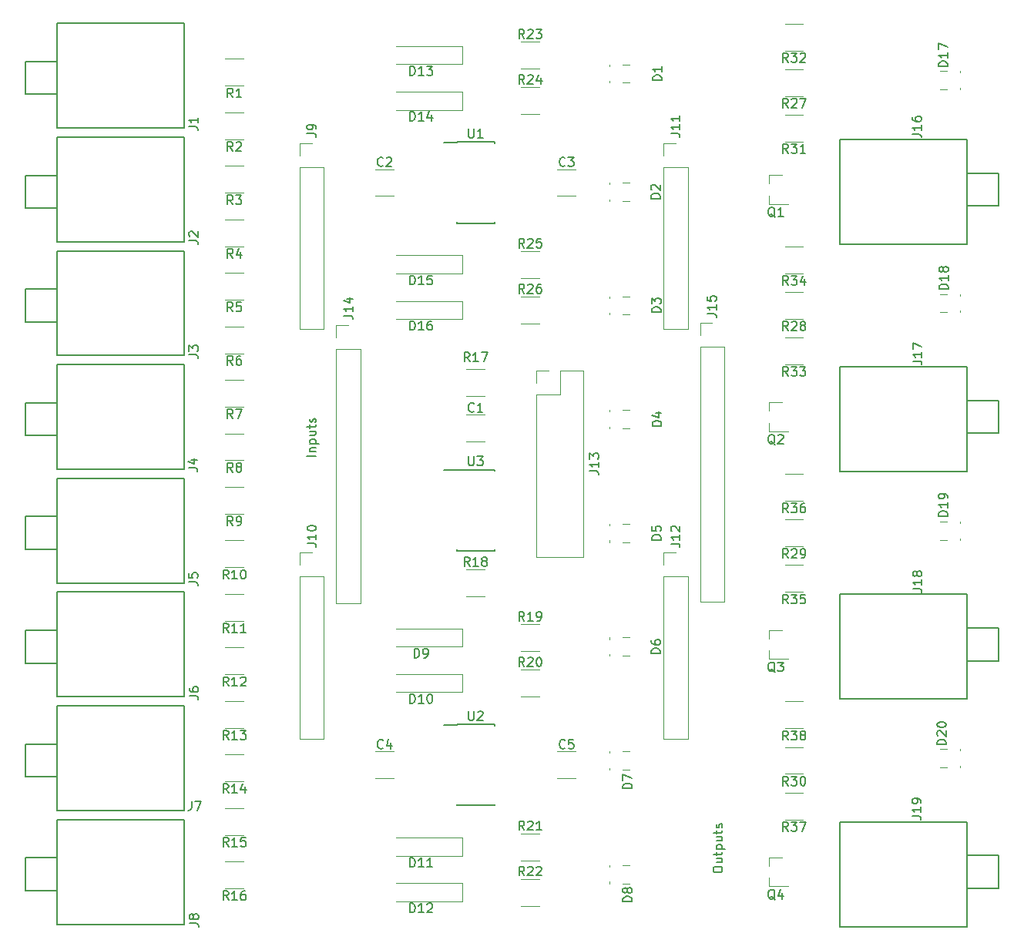
<source format=gbr>
G04 #@! TF.GenerationSoftware,KiCad,Pcbnew,9.0.0*
G04 #@! TF.CreationDate,2025-02-23T15:42:39-07:00*
G04 #@! TF.ProjectId,XOR,584f522e-6b69-4636-9164-5f7063625858,rev?*
G04 #@! TF.SameCoordinates,Original*
G04 #@! TF.FileFunction,Legend,Top*
G04 #@! TF.FilePolarity,Positive*
%FSLAX46Y46*%
G04 Gerber Fmt 4.6, Leading zero omitted, Abs format (unit mm)*
G04 Created by KiCad (PCBNEW 9.0.0) date 2025-02-23 15:42:39*
%MOMM*%
%LPD*%
G01*
G04 APERTURE LIST*
%ADD10C,0.150000*%
%ADD11C,0.120000*%
G04 APERTURE END LIST*
D10*
X72111519Y-93571391D02*
X72111519Y-93380915D01*
X72111519Y-93380915D02*
X72159138Y-93285677D01*
X72159138Y-93285677D02*
X72254376Y-93190439D01*
X72254376Y-93190439D02*
X72444852Y-93142820D01*
X72444852Y-93142820D02*
X72778185Y-93142820D01*
X72778185Y-93142820D02*
X72968661Y-93190439D01*
X72968661Y-93190439D02*
X73063900Y-93285677D01*
X73063900Y-93285677D02*
X73111519Y-93380915D01*
X73111519Y-93380915D02*
X73111519Y-93571391D01*
X73111519Y-93571391D02*
X73063900Y-93666629D01*
X73063900Y-93666629D02*
X72968661Y-93761867D01*
X72968661Y-93761867D02*
X72778185Y-93809486D01*
X72778185Y-93809486D02*
X72444852Y-93809486D01*
X72444852Y-93809486D02*
X72254376Y-93761867D01*
X72254376Y-93761867D02*
X72159138Y-93666629D01*
X72159138Y-93666629D02*
X72111519Y-93571391D01*
X72444852Y-92285677D02*
X73111519Y-92285677D01*
X72444852Y-92714248D02*
X72968661Y-92714248D01*
X72968661Y-92714248D02*
X73063900Y-92666629D01*
X73063900Y-92666629D02*
X73111519Y-92571391D01*
X73111519Y-92571391D02*
X73111519Y-92428534D01*
X73111519Y-92428534D02*
X73063900Y-92333296D01*
X73063900Y-92333296D02*
X73016280Y-92285677D01*
X72444852Y-91952343D02*
X72444852Y-91571391D01*
X72111519Y-91809486D02*
X72968661Y-91809486D01*
X72968661Y-91809486D02*
X73063900Y-91761867D01*
X73063900Y-91761867D02*
X73111519Y-91666629D01*
X73111519Y-91666629D02*
X73111519Y-91571391D01*
X72444852Y-91238057D02*
X73444852Y-91238057D01*
X72492471Y-91238057D02*
X72444852Y-91142819D01*
X72444852Y-91142819D02*
X72444852Y-90952343D01*
X72444852Y-90952343D02*
X72492471Y-90857105D01*
X72492471Y-90857105D02*
X72540090Y-90809486D01*
X72540090Y-90809486D02*
X72635328Y-90761867D01*
X72635328Y-90761867D02*
X72921042Y-90761867D01*
X72921042Y-90761867D02*
X73016280Y-90809486D01*
X73016280Y-90809486D02*
X73063900Y-90857105D01*
X73063900Y-90857105D02*
X73111519Y-90952343D01*
X73111519Y-90952343D02*
X73111519Y-91142819D01*
X73111519Y-91142819D02*
X73063900Y-91238057D01*
X72444852Y-89904724D02*
X73111519Y-89904724D01*
X72444852Y-90333295D02*
X72968661Y-90333295D01*
X72968661Y-90333295D02*
X73063900Y-90285676D01*
X73063900Y-90285676D02*
X73111519Y-90190438D01*
X73111519Y-90190438D02*
X73111519Y-90047581D01*
X73111519Y-90047581D02*
X73063900Y-89952343D01*
X73063900Y-89952343D02*
X73016280Y-89904724D01*
X72444852Y-89571390D02*
X72444852Y-89190438D01*
X72111519Y-89428533D02*
X72968661Y-89428533D01*
X72968661Y-89428533D02*
X73063900Y-89380914D01*
X73063900Y-89380914D02*
X73111519Y-89285676D01*
X73111519Y-89285676D02*
X73111519Y-89190438D01*
X73063900Y-88904723D02*
X73111519Y-88809485D01*
X73111519Y-88809485D02*
X73111519Y-88619009D01*
X73111519Y-88619009D02*
X73063900Y-88523771D01*
X73063900Y-88523771D02*
X72968661Y-88476152D01*
X72968661Y-88476152D02*
X72921042Y-88476152D01*
X72921042Y-88476152D02*
X72825804Y-88523771D01*
X72825804Y-88523771D02*
X72778185Y-88619009D01*
X72778185Y-88619009D02*
X72778185Y-88761866D01*
X72778185Y-88761866D02*
X72730566Y-88857104D01*
X72730566Y-88857104D02*
X72635328Y-88904723D01*
X72635328Y-88904723D02*
X72587709Y-88904723D01*
X72587709Y-88904723D02*
X72492471Y-88857104D01*
X72492471Y-88857104D02*
X72444852Y-88761866D01*
X72444852Y-88761866D02*
X72444852Y-88619009D01*
X72444852Y-88619009D02*
X72492471Y-88523771D01*
X28454819Y-48047618D02*
X27454819Y-48047618D01*
X27788152Y-47571428D02*
X28454819Y-47571428D01*
X27883390Y-47571428D02*
X27835771Y-47523809D01*
X27835771Y-47523809D02*
X27788152Y-47428571D01*
X27788152Y-47428571D02*
X27788152Y-47285714D01*
X27788152Y-47285714D02*
X27835771Y-47190476D01*
X27835771Y-47190476D02*
X27931009Y-47142857D01*
X27931009Y-47142857D02*
X28454819Y-47142857D01*
X27788152Y-46666666D02*
X28788152Y-46666666D01*
X27835771Y-46666666D02*
X27788152Y-46571428D01*
X27788152Y-46571428D02*
X27788152Y-46380952D01*
X27788152Y-46380952D02*
X27835771Y-46285714D01*
X27835771Y-46285714D02*
X27883390Y-46238095D01*
X27883390Y-46238095D02*
X27978628Y-46190476D01*
X27978628Y-46190476D02*
X28264342Y-46190476D01*
X28264342Y-46190476D02*
X28359580Y-46238095D01*
X28359580Y-46238095D02*
X28407200Y-46285714D01*
X28407200Y-46285714D02*
X28454819Y-46380952D01*
X28454819Y-46380952D02*
X28454819Y-46571428D01*
X28454819Y-46571428D02*
X28407200Y-46666666D01*
X27788152Y-45333333D02*
X28454819Y-45333333D01*
X27788152Y-45761904D02*
X28311961Y-45761904D01*
X28311961Y-45761904D02*
X28407200Y-45714285D01*
X28407200Y-45714285D02*
X28454819Y-45619047D01*
X28454819Y-45619047D02*
X28454819Y-45476190D01*
X28454819Y-45476190D02*
X28407200Y-45380952D01*
X28407200Y-45380952D02*
X28359580Y-45333333D01*
X27788152Y-44999999D02*
X27788152Y-44619047D01*
X27454819Y-44857142D02*
X28311961Y-44857142D01*
X28311961Y-44857142D02*
X28407200Y-44809523D01*
X28407200Y-44809523D02*
X28454819Y-44714285D01*
X28454819Y-44714285D02*
X28454819Y-44619047D01*
X28407200Y-44333332D02*
X28454819Y-44238094D01*
X28454819Y-44238094D02*
X28454819Y-44047618D01*
X28454819Y-44047618D02*
X28407200Y-43952380D01*
X28407200Y-43952380D02*
X28311961Y-43904761D01*
X28311961Y-43904761D02*
X28264342Y-43904761D01*
X28264342Y-43904761D02*
X28169104Y-43952380D01*
X28169104Y-43952380D02*
X28121485Y-44047618D01*
X28121485Y-44047618D02*
X28121485Y-44190475D01*
X28121485Y-44190475D02*
X28073866Y-44285713D01*
X28073866Y-44285713D02*
X27978628Y-44333332D01*
X27978628Y-44333332D02*
X27931009Y-44333332D01*
X27931009Y-44333332D02*
X27835771Y-44285713D01*
X27835771Y-44285713D02*
X27788152Y-44190475D01*
X27788152Y-44190475D02*
X27788152Y-44047618D01*
X27788152Y-44047618D02*
X27835771Y-43952380D01*
X66444019Y-6750254D02*
X65444019Y-6750254D01*
X65444019Y-6750254D02*
X65444019Y-6512159D01*
X65444019Y-6512159D02*
X65491638Y-6369302D01*
X65491638Y-6369302D02*
X65586876Y-6274064D01*
X65586876Y-6274064D02*
X65682114Y-6226445D01*
X65682114Y-6226445D02*
X65872590Y-6178826D01*
X65872590Y-6178826D02*
X66015447Y-6178826D01*
X66015447Y-6178826D02*
X66205923Y-6226445D01*
X66205923Y-6226445D02*
X66301161Y-6274064D01*
X66301161Y-6274064D02*
X66396400Y-6369302D01*
X66396400Y-6369302D02*
X66444019Y-6512159D01*
X66444019Y-6512159D02*
X66444019Y-6750254D01*
X66444019Y-5226445D02*
X66444019Y-5797873D01*
X66444019Y-5512159D02*
X65444019Y-5512159D01*
X65444019Y-5512159D02*
X65586876Y-5607397D01*
X65586876Y-5607397D02*
X65682114Y-5702635D01*
X65682114Y-5702635D02*
X65729733Y-5797873D01*
X66278919Y-19739834D02*
X65278919Y-19739834D01*
X65278919Y-19739834D02*
X65278919Y-19501739D01*
X65278919Y-19501739D02*
X65326538Y-19358882D01*
X65326538Y-19358882D02*
X65421776Y-19263644D01*
X65421776Y-19263644D02*
X65517014Y-19216025D01*
X65517014Y-19216025D02*
X65707490Y-19168406D01*
X65707490Y-19168406D02*
X65850347Y-19168406D01*
X65850347Y-19168406D02*
X66040823Y-19216025D01*
X66040823Y-19216025D02*
X66136061Y-19263644D01*
X66136061Y-19263644D02*
X66231300Y-19358882D01*
X66231300Y-19358882D02*
X66278919Y-19501739D01*
X66278919Y-19501739D02*
X66278919Y-19739834D01*
X65374157Y-18787453D02*
X65326538Y-18739834D01*
X65326538Y-18739834D02*
X65278919Y-18644596D01*
X65278919Y-18644596D02*
X65278919Y-18406501D01*
X65278919Y-18406501D02*
X65326538Y-18311263D01*
X65326538Y-18311263D02*
X65374157Y-18263644D01*
X65374157Y-18263644D02*
X65469395Y-18216025D01*
X65469395Y-18216025D02*
X65564633Y-18216025D01*
X65564633Y-18216025D02*
X65707490Y-18263644D01*
X65707490Y-18263644D02*
X66278919Y-18835072D01*
X66278919Y-18835072D02*
X66278919Y-18216025D01*
X66347499Y-32239174D02*
X65347499Y-32239174D01*
X65347499Y-32239174D02*
X65347499Y-32001079D01*
X65347499Y-32001079D02*
X65395118Y-31858222D01*
X65395118Y-31858222D02*
X65490356Y-31762984D01*
X65490356Y-31762984D02*
X65585594Y-31715365D01*
X65585594Y-31715365D02*
X65776070Y-31667746D01*
X65776070Y-31667746D02*
X65918927Y-31667746D01*
X65918927Y-31667746D02*
X66109403Y-31715365D01*
X66109403Y-31715365D02*
X66204641Y-31762984D01*
X66204641Y-31762984D02*
X66299880Y-31858222D01*
X66299880Y-31858222D02*
X66347499Y-32001079D01*
X66347499Y-32001079D02*
X66347499Y-32239174D01*
X65347499Y-31334412D02*
X65347499Y-30715365D01*
X65347499Y-30715365D02*
X65728451Y-31048698D01*
X65728451Y-31048698D02*
X65728451Y-30905841D01*
X65728451Y-30905841D02*
X65776070Y-30810603D01*
X65776070Y-30810603D02*
X65823689Y-30762984D01*
X65823689Y-30762984D02*
X65918927Y-30715365D01*
X65918927Y-30715365D02*
X66157022Y-30715365D01*
X66157022Y-30715365D02*
X66252260Y-30762984D01*
X66252260Y-30762984D02*
X66299880Y-30810603D01*
X66299880Y-30810603D02*
X66347499Y-30905841D01*
X66347499Y-30905841D02*
X66347499Y-31191555D01*
X66347499Y-31191555D02*
X66299880Y-31286793D01*
X66299880Y-31286793D02*
X66252260Y-31334412D01*
X66428779Y-44738514D02*
X65428779Y-44738514D01*
X65428779Y-44738514D02*
X65428779Y-44500419D01*
X65428779Y-44500419D02*
X65476398Y-44357562D01*
X65476398Y-44357562D02*
X65571636Y-44262324D01*
X65571636Y-44262324D02*
X65666874Y-44214705D01*
X65666874Y-44214705D02*
X65857350Y-44167086D01*
X65857350Y-44167086D02*
X66000207Y-44167086D01*
X66000207Y-44167086D02*
X66190683Y-44214705D01*
X66190683Y-44214705D02*
X66285921Y-44262324D01*
X66285921Y-44262324D02*
X66381160Y-44357562D01*
X66381160Y-44357562D02*
X66428779Y-44500419D01*
X66428779Y-44500419D02*
X66428779Y-44738514D01*
X65762112Y-43309943D02*
X66428779Y-43309943D01*
X65381160Y-43548038D02*
X66095445Y-43786133D01*
X66095445Y-43786133D02*
X66095445Y-43167086D01*
X66377979Y-57242934D02*
X65377979Y-57242934D01*
X65377979Y-57242934D02*
X65377979Y-57004839D01*
X65377979Y-57004839D02*
X65425598Y-56861982D01*
X65425598Y-56861982D02*
X65520836Y-56766744D01*
X65520836Y-56766744D02*
X65616074Y-56719125D01*
X65616074Y-56719125D02*
X65806550Y-56671506D01*
X65806550Y-56671506D02*
X65949407Y-56671506D01*
X65949407Y-56671506D02*
X66139883Y-56719125D01*
X66139883Y-56719125D02*
X66235121Y-56766744D01*
X66235121Y-56766744D02*
X66330360Y-56861982D01*
X66330360Y-56861982D02*
X66377979Y-57004839D01*
X66377979Y-57004839D02*
X66377979Y-57242934D01*
X65377979Y-55766744D02*
X65377979Y-56242934D01*
X65377979Y-56242934D02*
X65854169Y-56290553D01*
X65854169Y-56290553D02*
X65806550Y-56242934D01*
X65806550Y-56242934D02*
X65758931Y-56147696D01*
X65758931Y-56147696D02*
X65758931Y-55909601D01*
X65758931Y-55909601D02*
X65806550Y-55814363D01*
X65806550Y-55814363D02*
X65854169Y-55766744D01*
X65854169Y-55766744D02*
X65949407Y-55719125D01*
X65949407Y-55719125D02*
X66187502Y-55719125D01*
X66187502Y-55719125D02*
X66282740Y-55766744D01*
X66282740Y-55766744D02*
X66330360Y-55814363D01*
X66330360Y-55814363D02*
X66377979Y-55909601D01*
X66377979Y-55909601D02*
X66377979Y-56147696D01*
X66377979Y-56147696D02*
X66330360Y-56242934D01*
X66330360Y-56242934D02*
X66282740Y-56290553D01*
X66301779Y-69734654D02*
X65301779Y-69734654D01*
X65301779Y-69734654D02*
X65301779Y-69496559D01*
X65301779Y-69496559D02*
X65349398Y-69353702D01*
X65349398Y-69353702D02*
X65444636Y-69258464D01*
X65444636Y-69258464D02*
X65539874Y-69210845D01*
X65539874Y-69210845D02*
X65730350Y-69163226D01*
X65730350Y-69163226D02*
X65873207Y-69163226D01*
X65873207Y-69163226D02*
X66063683Y-69210845D01*
X66063683Y-69210845D02*
X66158921Y-69258464D01*
X66158921Y-69258464D02*
X66254160Y-69353702D01*
X66254160Y-69353702D02*
X66301779Y-69496559D01*
X66301779Y-69496559D02*
X66301779Y-69734654D01*
X65301779Y-68306083D02*
X65301779Y-68496559D01*
X65301779Y-68496559D02*
X65349398Y-68591797D01*
X65349398Y-68591797D02*
X65397017Y-68639416D01*
X65397017Y-68639416D02*
X65539874Y-68734654D01*
X65539874Y-68734654D02*
X65730350Y-68782273D01*
X65730350Y-68782273D02*
X66111302Y-68782273D01*
X66111302Y-68782273D02*
X66206540Y-68734654D01*
X66206540Y-68734654D02*
X66254160Y-68687035D01*
X66254160Y-68687035D02*
X66301779Y-68591797D01*
X66301779Y-68591797D02*
X66301779Y-68401321D01*
X66301779Y-68401321D02*
X66254160Y-68306083D01*
X66254160Y-68306083D02*
X66206540Y-68258464D01*
X66206540Y-68258464D02*
X66111302Y-68210845D01*
X66111302Y-68210845D02*
X65873207Y-68210845D01*
X65873207Y-68210845D02*
X65777969Y-68258464D01*
X65777969Y-68258464D02*
X65730350Y-68306083D01*
X65730350Y-68306083D02*
X65682731Y-68401321D01*
X65682731Y-68401321D02*
X65682731Y-68591797D01*
X65682731Y-68591797D02*
X65730350Y-68687035D01*
X65730350Y-68687035D02*
X65777969Y-68734654D01*
X65777969Y-68734654D02*
X65873207Y-68782273D01*
X63192819Y-84586034D02*
X62192819Y-84586034D01*
X62192819Y-84586034D02*
X62192819Y-84347939D01*
X62192819Y-84347939D02*
X62240438Y-84205082D01*
X62240438Y-84205082D02*
X62335676Y-84109844D01*
X62335676Y-84109844D02*
X62430914Y-84062225D01*
X62430914Y-84062225D02*
X62621390Y-84014606D01*
X62621390Y-84014606D02*
X62764247Y-84014606D01*
X62764247Y-84014606D02*
X62954723Y-84062225D01*
X62954723Y-84062225D02*
X63049961Y-84109844D01*
X63049961Y-84109844D02*
X63145200Y-84205082D01*
X63145200Y-84205082D02*
X63192819Y-84347939D01*
X63192819Y-84347939D02*
X63192819Y-84586034D01*
X62192819Y-83681272D02*
X62192819Y-83014606D01*
X62192819Y-83014606D02*
X63192819Y-83443177D01*
X63195359Y-97011714D02*
X62195359Y-97011714D01*
X62195359Y-97011714D02*
X62195359Y-96773619D01*
X62195359Y-96773619D02*
X62242978Y-96630762D01*
X62242978Y-96630762D02*
X62338216Y-96535524D01*
X62338216Y-96535524D02*
X62433454Y-96487905D01*
X62433454Y-96487905D02*
X62623930Y-96440286D01*
X62623930Y-96440286D02*
X62766787Y-96440286D01*
X62766787Y-96440286D02*
X62957263Y-96487905D01*
X62957263Y-96487905D02*
X63052501Y-96535524D01*
X63052501Y-96535524D02*
X63147740Y-96630762D01*
X63147740Y-96630762D02*
X63195359Y-96773619D01*
X63195359Y-96773619D02*
X63195359Y-97011714D01*
X62623930Y-95868857D02*
X62576311Y-95964095D01*
X62576311Y-95964095D02*
X62528692Y-96011714D01*
X62528692Y-96011714D02*
X62433454Y-96059333D01*
X62433454Y-96059333D02*
X62385835Y-96059333D01*
X62385835Y-96059333D02*
X62290597Y-96011714D01*
X62290597Y-96011714D02*
X62242978Y-95964095D01*
X62242978Y-95964095D02*
X62195359Y-95868857D01*
X62195359Y-95868857D02*
X62195359Y-95678381D01*
X62195359Y-95678381D02*
X62242978Y-95583143D01*
X62242978Y-95583143D02*
X62290597Y-95535524D01*
X62290597Y-95535524D02*
X62385835Y-95487905D01*
X62385835Y-95487905D02*
X62433454Y-95487905D01*
X62433454Y-95487905D02*
X62528692Y-95535524D01*
X62528692Y-95535524D02*
X62576311Y-95583143D01*
X62576311Y-95583143D02*
X62623930Y-95678381D01*
X62623930Y-95678381D02*
X62623930Y-95868857D01*
X62623930Y-95868857D02*
X62671549Y-95964095D01*
X62671549Y-95964095D02*
X62719168Y-96011714D01*
X62719168Y-96011714D02*
X62814406Y-96059333D01*
X62814406Y-96059333D02*
X63004882Y-96059333D01*
X63004882Y-96059333D02*
X63100120Y-96011714D01*
X63100120Y-96011714D02*
X63147740Y-95964095D01*
X63147740Y-95964095D02*
X63195359Y-95868857D01*
X63195359Y-95868857D02*
X63195359Y-95678381D01*
X63195359Y-95678381D02*
X63147740Y-95583143D01*
X63147740Y-95583143D02*
X63100120Y-95535524D01*
X63100120Y-95535524D02*
X63004882Y-95487905D01*
X63004882Y-95487905D02*
X62814406Y-95487905D01*
X62814406Y-95487905D02*
X62719168Y-95535524D01*
X62719168Y-95535524D02*
X62671549Y-95583143D01*
X62671549Y-95583143D02*
X62623930Y-95678381D01*
X97886679Y-5235105D02*
X96886679Y-5235105D01*
X96886679Y-5235105D02*
X96886679Y-4997010D01*
X96886679Y-4997010D02*
X96934298Y-4854153D01*
X96934298Y-4854153D02*
X97029536Y-4758915D01*
X97029536Y-4758915D02*
X97124774Y-4711296D01*
X97124774Y-4711296D02*
X97315250Y-4663677D01*
X97315250Y-4663677D02*
X97458107Y-4663677D01*
X97458107Y-4663677D02*
X97648583Y-4711296D01*
X97648583Y-4711296D02*
X97743821Y-4758915D01*
X97743821Y-4758915D02*
X97839060Y-4854153D01*
X97839060Y-4854153D02*
X97886679Y-4997010D01*
X97886679Y-4997010D02*
X97886679Y-5235105D01*
X97886679Y-3711296D02*
X97886679Y-4282724D01*
X97886679Y-3997010D02*
X96886679Y-3997010D01*
X96886679Y-3997010D02*
X97029536Y-4092248D01*
X97029536Y-4092248D02*
X97124774Y-4187486D01*
X97124774Y-4187486D02*
X97172393Y-4282724D01*
X96886679Y-3377962D02*
X96886679Y-2711296D01*
X96886679Y-2711296D02*
X97886679Y-3139867D01*
X97929859Y-29723245D02*
X96929859Y-29723245D01*
X96929859Y-29723245D02*
X96929859Y-29485150D01*
X96929859Y-29485150D02*
X96977478Y-29342293D01*
X96977478Y-29342293D02*
X97072716Y-29247055D01*
X97072716Y-29247055D02*
X97167954Y-29199436D01*
X97167954Y-29199436D02*
X97358430Y-29151817D01*
X97358430Y-29151817D02*
X97501287Y-29151817D01*
X97501287Y-29151817D02*
X97691763Y-29199436D01*
X97691763Y-29199436D02*
X97787001Y-29247055D01*
X97787001Y-29247055D02*
X97882240Y-29342293D01*
X97882240Y-29342293D02*
X97929859Y-29485150D01*
X97929859Y-29485150D02*
X97929859Y-29723245D01*
X97929859Y-28199436D02*
X97929859Y-28770864D01*
X97929859Y-28485150D02*
X96929859Y-28485150D01*
X96929859Y-28485150D02*
X97072716Y-28580388D01*
X97072716Y-28580388D02*
X97167954Y-28675626D01*
X97167954Y-28675626D02*
X97215573Y-28770864D01*
X97358430Y-27628007D02*
X97310811Y-27723245D01*
X97310811Y-27723245D02*
X97263192Y-27770864D01*
X97263192Y-27770864D02*
X97167954Y-27818483D01*
X97167954Y-27818483D02*
X97120335Y-27818483D01*
X97120335Y-27818483D02*
X97025097Y-27770864D01*
X97025097Y-27770864D02*
X96977478Y-27723245D01*
X96977478Y-27723245D02*
X96929859Y-27628007D01*
X96929859Y-27628007D02*
X96929859Y-27437531D01*
X96929859Y-27437531D02*
X96977478Y-27342293D01*
X96977478Y-27342293D02*
X97025097Y-27294674D01*
X97025097Y-27294674D02*
X97120335Y-27247055D01*
X97120335Y-27247055D02*
X97167954Y-27247055D01*
X97167954Y-27247055D02*
X97263192Y-27294674D01*
X97263192Y-27294674D02*
X97310811Y-27342293D01*
X97310811Y-27342293D02*
X97358430Y-27437531D01*
X97358430Y-27437531D02*
X97358430Y-27628007D01*
X97358430Y-27628007D02*
X97406049Y-27723245D01*
X97406049Y-27723245D02*
X97453668Y-27770864D01*
X97453668Y-27770864D02*
X97548906Y-27818483D01*
X97548906Y-27818483D02*
X97739382Y-27818483D01*
X97739382Y-27818483D02*
X97834620Y-27770864D01*
X97834620Y-27770864D02*
X97882240Y-27723245D01*
X97882240Y-27723245D02*
X97929859Y-27628007D01*
X97929859Y-27628007D02*
X97929859Y-27437531D01*
X97929859Y-27437531D02*
X97882240Y-27342293D01*
X97882240Y-27342293D02*
X97834620Y-27294674D01*
X97834620Y-27294674D02*
X97739382Y-27247055D01*
X97739382Y-27247055D02*
X97548906Y-27247055D01*
X97548906Y-27247055D02*
X97453668Y-27294674D01*
X97453668Y-27294674D02*
X97406049Y-27342293D01*
X97406049Y-27342293D02*
X97358430Y-27437531D01*
X97889219Y-54658425D02*
X96889219Y-54658425D01*
X96889219Y-54658425D02*
X96889219Y-54420330D01*
X96889219Y-54420330D02*
X96936838Y-54277473D01*
X96936838Y-54277473D02*
X97032076Y-54182235D01*
X97032076Y-54182235D02*
X97127314Y-54134616D01*
X97127314Y-54134616D02*
X97317790Y-54086997D01*
X97317790Y-54086997D02*
X97460647Y-54086997D01*
X97460647Y-54086997D02*
X97651123Y-54134616D01*
X97651123Y-54134616D02*
X97746361Y-54182235D01*
X97746361Y-54182235D02*
X97841600Y-54277473D01*
X97841600Y-54277473D02*
X97889219Y-54420330D01*
X97889219Y-54420330D02*
X97889219Y-54658425D01*
X97889219Y-53134616D02*
X97889219Y-53706044D01*
X97889219Y-53420330D02*
X96889219Y-53420330D01*
X96889219Y-53420330D02*
X97032076Y-53515568D01*
X97032076Y-53515568D02*
X97127314Y-53610806D01*
X97127314Y-53610806D02*
X97174933Y-53706044D01*
X97889219Y-52658425D02*
X97889219Y-52467949D01*
X97889219Y-52467949D02*
X97841600Y-52372711D01*
X97841600Y-52372711D02*
X97793980Y-52325092D01*
X97793980Y-52325092D02*
X97651123Y-52229854D01*
X97651123Y-52229854D02*
X97460647Y-52182235D01*
X97460647Y-52182235D02*
X97079695Y-52182235D01*
X97079695Y-52182235D02*
X96984457Y-52229854D01*
X96984457Y-52229854D02*
X96936838Y-52277473D01*
X96936838Y-52277473D02*
X96889219Y-52372711D01*
X96889219Y-52372711D02*
X96889219Y-52563187D01*
X96889219Y-52563187D02*
X96936838Y-52658425D01*
X96936838Y-52658425D02*
X96984457Y-52706044D01*
X96984457Y-52706044D02*
X97079695Y-52753663D01*
X97079695Y-52753663D02*
X97317790Y-52753663D01*
X97317790Y-52753663D02*
X97413028Y-52706044D01*
X97413028Y-52706044D02*
X97460647Y-52658425D01*
X97460647Y-52658425D02*
X97508266Y-52563187D01*
X97508266Y-52563187D02*
X97508266Y-52372711D01*
X97508266Y-52372711D02*
X97460647Y-52277473D01*
X97460647Y-52277473D02*
X97413028Y-52229854D01*
X97413028Y-52229854D02*
X97317790Y-52182235D01*
X97716499Y-79751085D02*
X96716499Y-79751085D01*
X96716499Y-79751085D02*
X96716499Y-79512990D01*
X96716499Y-79512990D02*
X96764118Y-79370133D01*
X96764118Y-79370133D02*
X96859356Y-79274895D01*
X96859356Y-79274895D02*
X96954594Y-79227276D01*
X96954594Y-79227276D02*
X97145070Y-79179657D01*
X97145070Y-79179657D02*
X97287927Y-79179657D01*
X97287927Y-79179657D02*
X97478403Y-79227276D01*
X97478403Y-79227276D02*
X97573641Y-79274895D01*
X97573641Y-79274895D02*
X97668880Y-79370133D01*
X97668880Y-79370133D02*
X97716499Y-79512990D01*
X97716499Y-79512990D02*
X97716499Y-79751085D01*
X96811737Y-78798704D02*
X96764118Y-78751085D01*
X96764118Y-78751085D02*
X96716499Y-78655847D01*
X96716499Y-78655847D02*
X96716499Y-78417752D01*
X96716499Y-78417752D02*
X96764118Y-78322514D01*
X96764118Y-78322514D02*
X96811737Y-78274895D01*
X96811737Y-78274895D02*
X96906975Y-78227276D01*
X96906975Y-78227276D02*
X97002213Y-78227276D01*
X97002213Y-78227276D02*
X97145070Y-78274895D01*
X97145070Y-78274895D02*
X97716499Y-78846323D01*
X97716499Y-78846323D02*
X97716499Y-78227276D01*
X96716499Y-77608228D02*
X96716499Y-77512990D01*
X96716499Y-77512990D02*
X96764118Y-77417752D01*
X96764118Y-77417752D02*
X96811737Y-77370133D01*
X96811737Y-77370133D02*
X96906975Y-77322514D01*
X96906975Y-77322514D02*
X97097451Y-77274895D01*
X97097451Y-77274895D02*
X97335546Y-77274895D01*
X97335546Y-77274895D02*
X97526022Y-77322514D01*
X97526022Y-77322514D02*
X97621260Y-77370133D01*
X97621260Y-77370133D02*
X97668880Y-77417752D01*
X97668880Y-77417752D02*
X97716499Y-77512990D01*
X97716499Y-77512990D02*
X97716499Y-77608228D01*
X97716499Y-77608228D02*
X97668880Y-77703466D01*
X97668880Y-77703466D02*
X97621260Y-77751085D01*
X97621260Y-77751085D02*
X97526022Y-77798704D01*
X97526022Y-77798704D02*
X97335546Y-77846323D01*
X97335546Y-77846323D02*
X97097451Y-77846323D01*
X97097451Y-77846323D02*
X96906975Y-77798704D01*
X96906975Y-77798704D02*
X96811737Y-77751085D01*
X96811737Y-77751085D02*
X96764118Y-77703466D01*
X96764118Y-77703466D02*
X96716499Y-77608228D01*
X27478639Y-12621853D02*
X28192924Y-12621853D01*
X28192924Y-12621853D02*
X28335781Y-12669472D01*
X28335781Y-12669472D02*
X28431020Y-12764710D01*
X28431020Y-12764710D02*
X28478639Y-12907567D01*
X28478639Y-12907567D02*
X28478639Y-13002805D01*
X28478639Y-12098043D02*
X28478639Y-11907567D01*
X28478639Y-11907567D02*
X28431020Y-11812329D01*
X28431020Y-11812329D02*
X28383400Y-11764710D01*
X28383400Y-11764710D02*
X28240543Y-11669472D01*
X28240543Y-11669472D02*
X28050067Y-11621853D01*
X28050067Y-11621853D02*
X27669115Y-11621853D01*
X27669115Y-11621853D02*
X27573877Y-11669472D01*
X27573877Y-11669472D02*
X27526258Y-11717091D01*
X27526258Y-11717091D02*
X27478639Y-11812329D01*
X27478639Y-11812329D02*
X27478639Y-12002805D01*
X27478639Y-12002805D02*
X27526258Y-12098043D01*
X27526258Y-12098043D02*
X27573877Y-12145662D01*
X27573877Y-12145662D02*
X27669115Y-12193281D01*
X27669115Y-12193281D02*
X27907210Y-12193281D01*
X27907210Y-12193281D02*
X28002448Y-12145662D01*
X28002448Y-12145662D02*
X28050067Y-12098043D01*
X28050067Y-12098043D02*
X28097686Y-12002805D01*
X28097686Y-12002805D02*
X28097686Y-11812329D01*
X28097686Y-11812329D02*
X28050067Y-11717091D01*
X28050067Y-11717091D02*
X28002448Y-11669472D01*
X28002448Y-11669472D02*
X27907210Y-11621853D01*
X27496419Y-57652183D02*
X28210704Y-57652183D01*
X28210704Y-57652183D02*
X28353561Y-57699802D01*
X28353561Y-57699802D02*
X28448800Y-57795040D01*
X28448800Y-57795040D02*
X28496419Y-57937897D01*
X28496419Y-57937897D02*
X28496419Y-58033135D01*
X28496419Y-56652183D02*
X28496419Y-57223611D01*
X28496419Y-56937897D02*
X27496419Y-56937897D01*
X27496419Y-56937897D02*
X27639276Y-57033135D01*
X27639276Y-57033135D02*
X27734514Y-57128373D01*
X27734514Y-57128373D02*
X27782133Y-57223611D01*
X27496419Y-56033135D02*
X27496419Y-55937897D01*
X27496419Y-55937897D02*
X27544038Y-55842659D01*
X27544038Y-55842659D02*
X27591657Y-55795040D01*
X27591657Y-55795040D02*
X27686895Y-55747421D01*
X27686895Y-55747421D02*
X27877371Y-55699802D01*
X27877371Y-55699802D02*
X28115466Y-55699802D01*
X28115466Y-55699802D02*
X28305942Y-55747421D01*
X28305942Y-55747421D02*
X28401180Y-55795040D01*
X28401180Y-55795040D02*
X28448800Y-55842659D01*
X28448800Y-55842659D02*
X28496419Y-55937897D01*
X28496419Y-55937897D02*
X28496419Y-56033135D01*
X28496419Y-56033135D02*
X28448800Y-56128373D01*
X28448800Y-56128373D02*
X28401180Y-56175992D01*
X28401180Y-56175992D02*
X28305942Y-56223611D01*
X28305942Y-56223611D02*
X28115466Y-56271230D01*
X28115466Y-56271230D02*
X27877371Y-56271230D01*
X27877371Y-56271230D02*
X27686895Y-56223611D01*
X27686895Y-56223611D02*
X27591657Y-56175992D01*
X27591657Y-56175992D02*
X27544038Y-56128373D01*
X27544038Y-56128373D02*
X27496419Y-56033135D01*
X67458239Y-12597663D02*
X68172524Y-12597663D01*
X68172524Y-12597663D02*
X68315381Y-12645282D01*
X68315381Y-12645282D02*
X68410620Y-12740520D01*
X68410620Y-12740520D02*
X68458239Y-12883377D01*
X68458239Y-12883377D02*
X68458239Y-12978615D01*
X68458239Y-11597663D02*
X68458239Y-12169091D01*
X68458239Y-11883377D02*
X67458239Y-11883377D01*
X67458239Y-11883377D02*
X67601096Y-11978615D01*
X67601096Y-11978615D02*
X67696334Y-12073853D01*
X67696334Y-12073853D02*
X67743953Y-12169091D01*
X68458239Y-10645282D02*
X68458239Y-11216710D01*
X68458239Y-10930996D02*
X67458239Y-10930996D01*
X67458239Y-10930996D02*
X67601096Y-11026234D01*
X67601096Y-11026234D02*
X67696334Y-11121472D01*
X67696334Y-11121472D02*
X67743953Y-11216710D01*
X67448079Y-57672503D02*
X68162364Y-57672503D01*
X68162364Y-57672503D02*
X68305221Y-57720122D01*
X68305221Y-57720122D02*
X68400460Y-57815360D01*
X68400460Y-57815360D02*
X68448079Y-57958217D01*
X68448079Y-57958217D02*
X68448079Y-58053455D01*
X68448079Y-56672503D02*
X68448079Y-57243931D01*
X68448079Y-56958217D02*
X67448079Y-56958217D01*
X67448079Y-56958217D02*
X67590936Y-57053455D01*
X67590936Y-57053455D02*
X67686174Y-57148693D01*
X67686174Y-57148693D02*
X67733793Y-57243931D01*
X67543317Y-56291550D02*
X67495698Y-56243931D01*
X67495698Y-56243931D02*
X67448079Y-56148693D01*
X67448079Y-56148693D02*
X67448079Y-55910598D01*
X67448079Y-55910598D02*
X67495698Y-55815360D01*
X67495698Y-55815360D02*
X67543317Y-55767741D01*
X67543317Y-55767741D02*
X67638555Y-55720122D01*
X67638555Y-55720122D02*
X67733793Y-55720122D01*
X67733793Y-55720122D02*
X67876650Y-55767741D01*
X67876650Y-55767741D02*
X68448079Y-56339169D01*
X68448079Y-56339169D02*
X68448079Y-55720122D01*
X58534819Y-49699523D02*
X59249104Y-49699523D01*
X59249104Y-49699523D02*
X59391961Y-49747142D01*
X59391961Y-49747142D02*
X59487200Y-49842380D01*
X59487200Y-49842380D02*
X59534819Y-49985237D01*
X59534819Y-49985237D02*
X59534819Y-50080475D01*
X59534819Y-48699523D02*
X59534819Y-49270951D01*
X59534819Y-48985237D02*
X58534819Y-48985237D01*
X58534819Y-48985237D02*
X58677676Y-49080475D01*
X58677676Y-49080475D02*
X58772914Y-49175713D01*
X58772914Y-49175713D02*
X58820533Y-49270951D01*
X58534819Y-48366189D02*
X58534819Y-47747142D01*
X58534819Y-47747142D02*
X58915771Y-48080475D01*
X58915771Y-48080475D02*
X58915771Y-47937618D01*
X58915771Y-47937618D02*
X58963390Y-47842380D01*
X58963390Y-47842380D02*
X59011009Y-47794761D01*
X59011009Y-47794761D02*
X59106247Y-47747142D01*
X59106247Y-47747142D02*
X59344342Y-47747142D01*
X59344342Y-47747142D02*
X59439580Y-47794761D01*
X59439580Y-47794761D02*
X59487200Y-47842380D01*
X59487200Y-47842380D02*
X59534819Y-47937618D01*
X59534819Y-47937618D02*
X59534819Y-48223332D01*
X59534819Y-48223332D02*
X59487200Y-48318570D01*
X59487200Y-48318570D02*
X59439580Y-48366189D01*
X31517239Y-32607783D02*
X32231524Y-32607783D01*
X32231524Y-32607783D02*
X32374381Y-32655402D01*
X32374381Y-32655402D02*
X32469620Y-32750640D01*
X32469620Y-32750640D02*
X32517239Y-32893497D01*
X32517239Y-32893497D02*
X32517239Y-32988735D01*
X32517239Y-31607783D02*
X32517239Y-32179211D01*
X32517239Y-31893497D02*
X31517239Y-31893497D01*
X31517239Y-31893497D02*
X31660096Y-31988735D01*
X31660096Y-31988735D02*
X31755334Y-32083973D01*
X31755334Y-32083973D02*
X31802953Y-32179211D01*
X31850572Y-30750640D02*
X32517239Y-30750640D01*
X31469620Y-30988735D02*
X32183905Y-31226830D01*
X32183905Y-31226830D02*
X32183905Y-30607783D01*
X71443499Y-32396963D02*
X72157784Y-32396963D01*
X72157784Y-32396963D02*
X72300641Y-32444582D01*
X72300641Y-32444582D02*
X72395880Y-32539820D01*
X72395880Y-32539820D02*
X72443499Y-32682677D01*
X72443499Y-32682677D02*
X72443499Y-32777915D01*
X72443499Y-31396963D02*
X72443499Y-31968391D01*
X72443499Y-31682677D02*
X71443499Y-31682677D01*
X71443499Y-31682677D02*
X71586356Y-31777915D01*
X71586356Y-31777915D02*
X71681594Y-31873153D01*
X71681594Y-31873153D02*
X71729213Y-31968391D01*
X71443499Y-30492201D02*
X71443499Y-30968391D01*
X71443499Y-30968391D02*
X71919689Y-31016010D01*
X71919689Y-31016010D02*
X71872070Y-30968391D01*
X71872070Y-30968391D02*
X71824451Y-30873153D01*
X71824451Y-30873153D02*
X71824451Y-30635058D01*
X71824451Y-30635058D02*
X71872070Y-30539820D01*
X71872070Y-30539820D02*
X71919689Y-30492201D01*
X71919689Y-30492201D02*
X72014927Y-30444582D01*
X72014927Y-30444582D02*
X72253022Y-30444582D01*
X72253022Y-30444582D02*
X72348260Y-30492201D01*
X72348260Y-30492201D02*
X72395880Y-30539820D01*
X72395880Y-30539820D02*
X72443499Y-30635058D01*
X72443499Y-30635058D02*
X72443499Y-30873153D01*
X72443499Y-30873153D02*
X72395880Y-30968391D01*
X72395880Y-30968391D02*
X72348260Y-31016010D01*
X93980919Y-12663703D02*
X94695204Y-12663703D01*
X94695204Y-12663703D02*
X94838061Y-12711322D01*
X94838061Y-12711322D02*
X94933300Y-12806560D01*
X94933300Y-12806560D02*
X94980919Y-12949417D01*
X94980919Y-12949417D02*
X94980919Y-13044655D01*
X94980919Y-11663703D02*
X94980919Y-12235131D01*
X94980919Y-11949417D02*
X93980919Y-11949417D01*
X93980919Y-11949417D02*
X94123776Y-12044655D01*
X94123776Y-12044655D02*
X94219014Y-12139893D01*
X94219014Y-12139893D02*
X94266633Y-12235131D01*
X93980919Y-10806560D02*
X93980919Y-10997036D01*
X93980919Y-10997036D02*
X94028538Y-11092274D01*
X94028538Y-11092274D02*
X94076157Y-11139893D01*
X94076157Y-11139893D02*
X94219014Y-11235131D01*
X94219014Y-11235131D02*
X94409490Y-11282750D01*
X94409490Y-11282750D02*
X94790442Y-11282750D01*
X94790442Y-11282750D02*
X94885680Y-11235131D01*
X94885680Y-11235131D02*
X94933300Y-11187512D01*
X94933300Y-11187512D02*
X94980919Y-11092274D01*
X94980919Y-11092274D02*
X94980919Y-10901798D01*
X94980919Y-10901798D02*
X94933300Y-10806560D01*
X94933300Y-10806560D02*
X94885680Y-10758941D01*
X94885680Y-10758941D02*
X94790442Y-10711322D01*
X94790442Y-10711322D02*
X94552347Y-10711322D01*
X94552347Y-10711322D02*
X94457109Y-10758941D01*
X94457109Y-10758941D02*
X94409490Y-10806560D01*
X94409490Y-10806560D02*
X94361871Y-10901798D01*
X94361871Y-10901798D02*
X94361871Y-11092274D01*
X94361871Y-11092274D02*
X94409490Y-11187512D01*
X94409490Y-11187512D02*
X94457109Y-11235131D01*
X94457109Y-11235131D02*
X94552347Y-11282750D01*
X94039339Y-37611583D02*
X94753624Y-37611583D01*
X94753624Y-37611583D02*
X94896481Y-37659202D01*
X94896481Y-37659202D02*
X94991720Y-37754440D01*
X94991720Y-37754440D02*
X95039339Y-37897297D01*
X95039339Y-37897297D02*
X95039339Y-37992535D01*
X95039339Y-36611583D02*
X95039339Y-37183011D01*
X95039339Y-36897297D02*
X94039339Y-36897297D01*
X94039339Y-36897297D02*
X94182196Y-36992535D01*
X94182196Y-36992535D02*
X94277434Y-37087773D01*
X94277434Y-37087773D02*
X94325053Y-37183011D01*
X94039339Y-36278249D02*
X94039339Y-35611583D01*
X94039339Y-35611583D02*
X95039339Y-36040154D01*
X94046959Y-62628043D02*
X94761244Y-62628043D01*
X94761244Y-62628043D02*
X94904101Y-62675662D01*
X94904101Y-62675662D02*
X94999340Y-62770900D01*
X94999340Y-62770900D02*
X95046959Y-62913757D01*
X95046959Y-62913757D02*
X95046959Y-63008995D01*
X95046959Y-61628043D02*
X95046959Y-62199471D01*
X95046959Y-61913757D02*
X94046959Y-61913757D01*
X94046959Y-61913757D02*
X94189816Y-62008995D01*
X94189816Y-62008995D02*
X94285054Y-62104233D01*
X94285054Y-62104233D02*
X94332673Y-62199471D01*
X94475530Y-61056614D02*
X94427911Y-61151852D01*
X94427911Y-61151852D02*
X94380292Y-61199471D01*
X94380292Y-61199471D02*
X94285054Y-61247090D01*
X94285054Y-61247090D02*
X94237435Y-61247090D01*
X94237435Y-61247090D02*
X94142197Y-61199471D01*
X94142197Y-61199471D02*
X94094578Y-61151852D01*
X94094578Y-61151852D02*
X94046959Y-61056614D01*
X94046959Y-61056614D02*
X94046959Y-60866138D01*
X94046959Y-60866138D02*
X94094578Y-60770900D01*
X94094578Y-60770900D02*
X94142197Y-60723281D01*
X94142197Y-60723281D02*
X94237435Y-60675662D01*
X94237435Y-60675662D02*
X94285054Y-60675662D01*
X94285054Y-60675662D02*
X94380292Y-60723281D01*
X94380292Y-60723281D02*
X94427911Y-60770900D01*
X94427911Y-60770900D02*
X94475530Y-60866138D01*
X94475530Y-60866138D02*
X94475530Y-61056614D01*
X94475530Y-61056614D02*
X94523149Y-61151852D01*
X94523149Y-61151852D02*
X94570768Y-61199471D01*
X94570768Y-61199471D02*
X94666006Y-61247090D01*
X94666006Y-61247090D02*
X94856482Y-61247090D01*
X94856482Y-61247090D02*
X94951720Y-61199471D01*
X94951720Y-61199471D02*
X94999340Y-61151852D01*
X94999340Y-61151852D02*
X95046959Y-61056614D01*
X95046959Y-61056614D02*
X95046959Y-60866138D01*
X95046959Y-60866138D02*
X94999340Y-60770900D01*
X94999340Y-60770900D02*
X94951720Y-60723281D01*
X94951720Y-60723281D02*
X94856482Y-60675662D01*
X94856482Y-60675662D02*
X94666006Y-60675662D01*
X94666006Y-60675662D02*
X94570768Y-60723281D01*
X94570768Y-60723281D02*
X94523149Y-60770900D01*
X94523149Y-60770900D02*
X94475530Y-60866138D01*
X93955519Y-87603863D02*
X94669804Y-87603863D01*
X94669804Y-87603863D02*
X94812661Y-87651482D01*
X94812661Y-87651482D02*
X94907900Y-87746720D01*
X94907900Y-87746720D02*
X94955519Y-87889577D01*
X94955519Y-87889577D02*
X94955519Y-87984815D01*
X94955519Y-86603863D02*
X94955519Y-87175291D01*
X94955519Y-86889577D02*
X93955519Y-86889577D01*
X93955519Y-86889577D02*
X94098376Y-86984815D01*
X94098376Y-86984815D02*
X94193614Y-87080053D01*
X94193614Y-87080053D02*
X94241233Y-87175291D01*
X94955519Y-86127672D02*
X94955519Y-85937196D01*
X94955519Y-85937196D02*
X94907900Y-85841958D01*
X94907900Y-85841958D02*
X94860280Y-85794339D01*
X94860280Y-85794339D02*
X94717423Y-85699101D01*
X94717423Y-85699101D02*
X94526947Y-85651482D01*
X94526947Y-85651482D02*
X94145995Y-85651482D01*
X94145995Y-85651482D02*
X94050757Y-85699101D01*
X94050757Y-85699101D02*
X94003138Y-85746720D01*
X94003138Y-85746720D02*
X93955519Y-85841958D01*
X93955519Y-85841958D02*
X93955519Y-86032434D01*
X93955519Y-86032434D02*
X94003138Y-86127672D01*
X94003138Y-86127672D02*
X94050757Y-86175291D01*
X94050757Y-86175291D02*
X94145995Y-86222910D01*
X94145995Y-86222910D02*
X94384090Y-86222910D01*
X94384090Y-86222910D02*
X94479328Y-86175291D01*
X94479328Y-86175291D02*
X94526947Y-86127672D01*
X94526947Y-86127672D02*
X94574566Y-86032434D01*
X94574566Y-86032434D02*
X94574566Y-85841958D01*
X94574566Y-85841958D02*
X94526947Y-85746720D01*
X94526947Y-85746720D02*
X94479328Y-85699101D01*
X94479328Y-85699101D02*
X94384090Y-85651482D01*
X14476379Y-61874993D02*
X15190664Y-61874993D01*
X15190664Y-61874993D02*
X15333521Y-61922612D01*
X15333521Y-61922612D02*
X15428760Y-62017850D01*
X15428760Y-62017850D02*
X15476379Y-62160707D01*
X15476379Y-62160707D02*
X15476379Y-62255945D01*
X14476379Y-60922612D02*
X14476379Y-61398802D01*
X14476379Y-61398802D02*
X14952569Y-61446421D01*
X14952569Y-61446421D02*
X14904950Y-61398802D01*
X14904950Y-61398802D02*
X14857331Y-61303564D01*
X14857331Y-61303564D02*
X14857331Y-61065469D01*
X14857331Y-61065469D02*
X14904950Y-60970231D01*
X14904950Y-60970231D02*
X14952569Y-60922612D01*
X14952569Y-60922612D02*
X15047807Y-60874993D01*
X15047807Y-60874993D02*
X15285902Y-60874993D01*
X15285902Y-60874993D02*
X15381140Y-60922612D01*
X15381140Y-60922612D02*
X15428760Y-60970231D01*
X15428760Y-60970231D02*
X15476379Y-61065469D01*
X15476379Y-61065469D02*
X15476379Y-61303564D01*
X15476379Y-61303564D02*
X15428760Y-61398802D01*
X15428760Y-61398802D02*
X15381140Y-61446421D01*
X14481459Y-11847153D02*
X15195744Y-11847153D01*
X15195744Y-11847153D02*
X15338601Y-11894772D01*
X15338601Y-11894772D02*
X15433840Y-11990010D01*
X15433840Y-11990010D02*
X15481459Y-12132867D01*
X15481459Y-12132867D02*
X15481459Y-12228105D01*
X15481459Y-10847153D02*
X15481459Y-11418581D01*
X15481459Y-11132867D02*
X14481459Y-11132867D01*
X14481459Y-11132867D02*
X14624316Y-11228105D01*
X14624316Y-11228105D02*
X14719554Y-11323343D01*
X14719554Y-11323343D02*
X14767173Y-11418581D01*
X14562739Y-99385713D02*
X15277024Y-99385713D01*
X15277024Y-99385713D02*
X15419881Y-99433332D01*
X15419881Y-99433332D02*
X15515120Y-99528570D01*
X15515120Y-99528570D02*
X15562739Y-99671427D01*
X15562739Y-99671427D02*
X15562739Y-99766665D01*
X14991310Y-98766665D02*
X14943691Y-98861903D01*
X14943691Y-98861903D02*
X14896072Y-98909522D01*
X14896072Y-98909522D02*
X14800834Y-98957141D01*
X14800834Y-98957141D02*
X14753215Y-98957141D01*
X14753215Y-98957141D02*
X14657977Y-98909522D01*
X14657977Y-98909522D02*
X14610358Y-98861903D01*
X14610358Y-98861903D02*
X14562739Y-98766665D01*
X14562739Y-98766665D02*
X14562739Y-98576189D01*
X14562739Y-98576189D02*
X14610358Y-98480951D01*
X14610358Y-98480951D02*
X14657977Y-98433332D01*
X14657977Y-98433332D02*
X14753215Y-98385713D01*
X14753215Y-98385713D02*
X14800834Y-98385713D01*
X14800834Y-98385713D02*
X14896072Y-98433332D01*
X14896072Y-98433332D02*
X14943691Y-98480951D01*
X14943691Y-98480951D02*
X14991310Y-98576189D01*
X14991310Y-98576189D02*
X14991310Y-98766665D01*
X14991310Y-98766665D02*
X15038929Y-98861903D01*
X15038929Y-98861903D02*
X15086548Y-98909522D01*
X15086548Y-98909522D02*
X15181786Y-98957141D01*
X15181786Y-98957141D02*
X15372262Y-98957141D01*
X15372262Y-98957141D02*
X15467500Y-98909522D01*
X15467500Y-98909522D02*
X15515120Y-98861903D01*
X15515120Y-98861903D02*
X15562739Y-98766665D01*
X15562739Y-98766665D02*
X15562739Y-98576189D01*
X15562739Y-98576189D02*
X15515120Y-98480951D01*
X15515120Y-98480951D02*
X15467500Y-98433332D01*
X15467500Y-98433332D02*
X15372262Y-98385713D01*
X15372262Y-98385713D02*
X15181786Y-98385713D01*
X15181786Y-98385713D02*
X15086548Y-98433332D01*
X15086548Y-98433332D02*
X15038929Y-98480951D01*
X15038929Y-98480951D02*
X14991310Y-98576189D01*
X14514479Y-36886473D02*
X15228764Y-36886473D01*
X15228764Y-36886473D02*
X15371621Y-36934092D01*
X15371621Y-36934092D02*
X15466860Y-37029330D01*
X15466860Y-37029330D02*
X15514479Y-37172187D01*
X15514479Y-37172187D02*
X15514479Y-37267425D01*
X14514479Y-36505520D02*
X14514479Y-35886473D01*
X14514479Y-35886473D02*
X14895431Y-36219806D01*
X14895431Y-36219806D02*
X14895431Y-36076949D01*
X14895431Y-36076949D02*
X14943050Y-35981711D01*
X14943050Y-35981711D02*
X14990669Y-35934092D01*
X14990669Y-35934092D02*
X15085907Y-35886473D01*
X15085907Y-35886473D02*
X15324002Y-35886473D01*
X15324002Y-35886473D02*
X15419240Y-35934092D01*
X15419240Y-35934092D02*
X15466860Y-35981711D01*
X15466860Y-35981711D02*
X15514479Y-36076949D01*
X15514479Y-36076949D02*
X15514479Y-36362663D01*
X15514479Y-36362663D02*
X15466860Y-36457901D01*
X15466860Y-36457901D02*
X15419240Y-36505520D01*
X14537339Y-74409893D02*
X15251624Y-74409893D01*
X15251624Y-74409893D02*
X15394481Y-74457512D01*
X15394481Y-74457512D02*
X15489720Y-74552750D01*
X15489720Y-74552750D02*
X15537339Y-74695607D01*
X15537339Y-74695607D02*
X15537339Y-74790845D01*
X14537339Y-73505131D02*
X14537339Y-73695607D01*
X14537339Y-73695607D02*
X14584958Y-73790845D01*
X14584958Y-73790845D02*
X14632577Y-73838464D01*
X14632577Y-73838464D02*
X14775434Y-73933702D01*
X14775434Y-73933702D02*
X14965910Y-73981321D01*
X14965910Y-73981321D02*
X15346862Y-73981321D01*
X15346862Y-73981321D02*
X15442100Y-73933702D01*
X15442100Y-73933702D02*
X15489720Y-73886083D01*
X15489720Y-73886083D02*
X15537339Y-73790845D01*
X15537339Y-73790845D02*
X15537339Y-73600369D01*
X15537339Y-73600369D02*
X15489720Y-73505131D01*
X15489720Y-73505131D02*
X15442100Y-73457512D01*
X15442100Y-73457512D02*
X15346862Y-73409893D01*
X15346862Y-73409893D02*
X15108767Y-73409893D01*
X15108767Y-73409893D02*
X15013529Y-73457512D01*
X15013529Y-73457512D02*
X14965910Y-73505131D01*
X14965910Y-73505131D02*
X14918291Y-73600369D01*
X14918291Y-73600369D02*
X14918291Y-73790845D01*
X14918291Y-73790845D02*
X14965910Y-73886083D01*
X14965910Y-73886083D02*
X15013529Y-73933702D01*
X15013529Y-73933702D02*
X15108767Y-73981321D01*
X14519559Y-24351573D02*
X15233844Y-24351573D01*
X15233844Y-24351573D02*
X15376701Y-24399192D01*
X15376701Y-24399192D02*
X15471940Y-24494430D01*
X15471940Y-24494430D02*
X15519559Y-24637287D01*
X15519559Y-24637287D02*
X15519559Y-24732525D01*
X14614797Y-23923001D02*
X14567178Y-23875382D01*
X14567178Y-23875382D02*
X14519559Y-23780144D01*
X14519559Y-23780144D02*
X14519559Y-23542049D01*
X14519559Y-23542049D02*
X14567178Y-23446811D01*
X14567178Y-23446811D02*
X14614797Y-23399192D01*
X14614797Y-23399192D02*
X14710035Y-23351573D01*
X14710035Y-23351573D02*
X14805273Y-23351573D01*
X14805273Y-23351573D02*
X14948130Y-23399192D01*
X14948130Y-23399192D02*
X15519559Y-23970620D01*
X15519559Y-23970620D02*
X15519559Y-23351573D01*
X14787286Y-85982459D02*
X14787286Y-86696744D01*
X14787286Y-86696744D02*
X14739667Y-86839601D01*
X14739667Y-86839601D02*
X14644429Y-86934840D01*
X14644429Y-86934840D02*
X14501572Y-86982459D01*
X14501572Y-86982459D02*
X14406334Y-86982459D01*
X15168239Y-85982459D02*
X15834905Y-85982459D01*
X15834905Y-85982459D02*
X15406334Y-86982459D01*
X14450979Y-49347713D02*
X15165264Y-49347713D01*
X15165264Y-49347713D02*
X15308121Y-49395332D01*
X15308121Y-49395332D02*
X15403360Y-49490570D01*
X15403360Y-49490570D02*
X15450979Y-49633427D01*
X15450979Y-49633427D02*
X15450979Y-49728665D01*
X14784312Y-48442951D02*
X15450979Y-48442951D01*
X14403360Y-48681046D02*
X15117645Y-48919141D01*
X15117645Y-48919141D02*
X15117645Y-48300094D01*
X45833333Y-43109580D02*
X45785714Y-43157200D01*
X45785714Y-43157200D02*
X45642857Y-43204819D01*
X45642857Y-43204819D02*
X45547619Y-43204819D01*
X45547619Y-43204819D02*
X45404762Y-43157200D01*
X45404762Y-43157200D02*
X45309524Y-43061961D01*
X45309524Y-43061961D02*
X45261905Y-42966723D01*
X45261905Y-42966723D02*
X45214286Y-42776247D01*
X45214286Y-42776247D02*
X45214286Y-42633390D01*
X45214286Y-42633390D02*
X45261905Y-42442914D01*
X45261905Y-42442914D02*
X45309524Y-42347676D01*
X45309524Y-42347676D02*
X45404762Y-42252438D01*
X45404762Y-42252438D02*
X45547619Y-42204819D01*
X45547619Y-42204819D02*
X45642857Y-42204819D01*
X45642857Y-42204819D02*
X45785714Y-42252438D01*
X45785714Y-42252438D02*
X45833333Y-42300057D01*
X46785714Y-43204819D02*
X46214286Y-43204819D01*
X46500000Y-43204819D02*
X46500000Y-42204819D01*
X46500000Y-42204819D02*
X46404762Y-42347676D01*
X46404762Y-42347676D02*
X46309524Y-42442914D01*
X46309524Y-42442914D02*
X46214286Y-42490533D01*
X35833333Y-16109580D02*
X35785714Y-16157200D01*
X35785714Y-16157200D02*
X35642857Y-16204819D01*
X35642857Y-16204819D02*
X35547619Y-16204819D01*
X35547619Y-16204819D02*
X35404762Y-16157200D01*
X35404762Y-16157200D02*
X35309524Y-16061961D01*
X35309524Y-16061961D02*
X35261905Y-15966723D01*
X35261905Y-15966723D02*
X35214286Y-15776247D01*
X35214286Y-15776247D02*
X35214286Y-15633390D01*
X35214286Y-15633390D02*
X35261905Y-15442914D01*
X35261905Y-15442914D02*
X35309524Y-15347676D01*
X35309524Y-15347676D02*
X35404762Y-15252438D01*
X35404762Y-15252438D02*
X35547619Y-15204819D01*
X35547619Y-15204819D02*
X35642857Y-15204819D01*
X35642857Y-15204819D02*
X35785714Y-15252438D01*
X35785714Y-15252438D02*
X35833333Y-15300057D01*
X36214286Y-15300057D02*
X36261905Y-15252438D01*
X36261905Y-15252438D02*
X36357143Y-15204819D01*
X36357143Y-15204819D02*
X36595238Y-15204819D01*
X36595238Y-15204819D02*
X36690476Y-15252438D01*
X36690476Y-15252438D02*
X36738095Y-15300057D01*
X36738095Y-15300057D02*
X36785714Y-15395295D01*
X36785714Y-15395295D02*
X36785714Y-15490533D01*
X36785714Y-15490533D02*
X36738095Y-15633390D01*
X36738095Y-15633390D02*
X36166667Y-16204819D01*
X36166667Y-16204819D02*
X36785714Y-16204819D01*
X55833333Y-16109580D02*
X55785714Y-16157200D01*
X55785714Y-16157200D02*
X55642857Y-16204819D01*
X55642857Y-16204819D02*
X55547619Y-16204819D01*
X55547619Y-16204819D02*
X55404762Y-16157200D01*
X55404762Y-16157200D02*
X55309524Y-16061961D01*
X55309524Y-16061961D02*
X55261905Y-15966723D01*
X55261905Y-15966723D02*
X55214286Y-15776247D01*
X55214286Y-15776247D02*
X55214286Y-15633390D01*
X55214286Y-15633390D02*
X55261905Y-15442914D01*
X55261905Y-15442914D02*
X55309524Y-15347676D01*
X55309524Y-15347676D02*
X55404762Y-15252438D01*
X55404762Y-15252438D02*
X55547619Y-15204819D01*
X55547619Y-15204819D02*
X55642857Y-15204819D01*
X55642857Y-15204819D02*
X55785714Y-15252438D01*
X55785714Y-15252438D02*
X55833333Y-15300057D01*
X56166667Y-15204819D02*
X56785714Y-15204819D01*
X56785714Y-15204819D02*
X56452381Y-15585771D01*
X56452381Y-15585771D02*
X56595238Y-15585771D01*
X56595238Y-15585771D02*
X56690476Y-15633390D01*
X56690476Y-15633390D02*
X56738095Y-15681009D01*
X56738095Y-15681009D02*
X56785714Y-15776247D01*
X56785714Y-15776247D02*
X56785714Y-16014342D01*
X56785714Y-16014342D02*
X56738095Y-16109580D01*
X56738095Y-16109580D02*
X56690476Y-16157200D01*
X56690476Y-16157200D02*
X56595238Y-16204819D01*
X56595238Y-16204819D02*
X56309524Y-16204819D01*
X56309524Y-16204819D02*
X56214286Y-16157200D01*
X56214286Y-16157200D02*
X56166667Y-16109580D01*
X35833333Y-80109580D02*
X35785714Y-80157200D01*
X35785714Y-80157200D02*
X35642857Y-80204819D01*
X35642857Y-80204819D02*
X35547619Y-80204819D01*
X35547619Y-80204819D02*
X35404762Y-80157200D01*
X35404762Y-80157200D02*
X35309524Y-80061961D01*
X35309524Y-80061961D02*
X35261905Y-79966723D01*
X35261905Y-79966723D02*
X35214286Y-79776247D01*
X35214286Y-79776247D02*
X35214286Y-79633390D01*
X35214286Y-79633390D02*
X35261905Y-79442914D01*
X35261905Y-79442914D02*
X35309524Y-79347676D01*
X35309524Y-79347676D02*
X35404762Y-79252438D01*
X35404762Y-79252438D02*
X35547619Y-79204819D01*
X35547619Y-79204819D02*
X35642857Y-79204819D01*
X35642857Y-79204819D02*
X35785714Y-79252438D01*
X35785714Y-79252438D02*
X35833333Y-79300057D01*
X36690476Y-79538152D02*
X36690476Y-80204819D01*
X36452381Y-79157200D02*
X36214286Y-79871485D01*
X36214286Y-79871485D02*
X36833333Y-79871485D01*
X55833333Y-80109580D02*
X55785714Y-80157200D01*
X55785714Y-80157200D02*
X55642857Y-80204819D01*
X55642857Y-80204819D02*
X55547619Y-80204819D01*
X55547619Y-80204819D02*
X55404762Y-80157200D01*
X55404762Y-80157200D02*
X55309524Y-80061961D01*
X55309524Y-80061961D02*
X55261905Y-79966723D01*
X55261905Y-79966723D02*
X55214286Y-79776247D01*
X55214286Y-79776247D02*
X55214286Y-79633390D01*
X55214286Y-79633390D02*
X55261905Y-79442914D01*
X55261905Y-79442914D02*
X55309524Y-79347676D01*
X55309524Y-79347676D02*
X55404762Y-79252438D01*
X55404762Y-79252438D02*
X55547619Y-79204819D01*
X55547619Y-79204819D02*
X55642857Y-79204819D01*
X55642857Y-79204819D02*
X55785714Y-79252438D01*
X55785714Y-79252438D02*
X55833333Y-79300057D01*
X56738095Y-79204819D02*
X56261905Y-79204819D01*
X56261905Y-79204819D02*
X56214286Y-79681009D01*
X56214286Y-79681009D02*
X56261905Y-79633390D01*
X56261905Y-79633390D02*
X56357143Y-79585771D01*
X56357143Y-79585771D02*
X56595238Y-79585771D01*
X56595238Y-79585771D02*
X56690476Y-79633390D01*
X56690476Y-79633390D02*
X56738095Y-79681009D01*
X56738095Y-79681009D02*
X56785714Y-79776247D01*
X56785714Y-79776247D02*
X56785714Y-80014342D01*
X56785714Y-80014342D02*
X56738095Y-80109580D01*
X56738095Y-80109580D02*
X56690476Y-80157200D01*
X56690476Y-80157200D02*
X56595238Y-80204819D01*
X56595238Y-80204819D02*
X56357143Y-80204819D01*
X56357143Y-80204819D02*
X56261905Y-80157200D01*
X56261905Y-80157200D02*
X56214286Y-80109580D01*
X39261905Y-70204819D02*
X39261905Y-69204819D01*
X39261905Y-69204819D02*
X39500000Y-69204819D01*
X39500000Y-69204819D02*
X39642857Y-69252438D01*
X39642857Y-69252438D02*
X39738095Y-69347676D01*
X39738095Y-69347676D02*
X39785714Y-69442914D01*
X39785714Y-69442914D02*
X39833333Y-69633390D01*
X39833333Y-69633390D02*
X39833333Y-69776247D01*
X39833333Y-69776247D02*
X39785714Y-69966723D01*
X39785714Y-69966723D02*
X39738095Y-70061961D01*
X39738095Y-70061961D02*
X39642857Y-70157200D01*
X39642857Y-70157200D02*
X39500000Y-70204819D01*
X39500000Y-70204819D02*
X39261905Y-70204819D01*
X40309524Y-70204819D02*
X40500000Y-70204819D01*
X40500000Y-70204819D02*
X40595238Y-70157200D01*
X40595238Y-70157200D02*
X40642857Y-70109580D01*
X40642857Y-70109580D02*
X40738095Y-69966723D01*
X40738095Y-69966723D02*
X40785714Y-69776247D01*
X40785714Y-69776247D02*
X40785714Y-69395295D01*
X40785714Y-69395295D02*
X40738095Y-69300057D01*
X40738095Y-69300057D02*
X40690476Y-69252438D01*
X40690476Y-69252438D02*
X40595238Y-69204819D01*
X40595238Y-69204819D02*
X40404762Y-69204819D01*
X40404762Y-69204819D02*
X40309524Y-69252438D01*
X40309524Y-69252438D02*
X40261905Y-69300057D01*
X40261905Y-69300057D02*
X40214286Y-69395295D01*
X40214286Y-69395295D02*
X40214286Y-69633390D01*
X40214286Y-69633390D02*
X40261905Y-69728628D01*
X40261905Y-69728628D02*
X40309524Y-69776247D01*
X40309524Y-69776247D02*
X40404762Y-69823866D01*
X40404762Y-69823866D02*
X40595238Y-69823866D01*
X40595238Y-69823866D02*
X40690476Y-69776247D01*
X40690476Y-69776247D02*
X40738095Y-69728628D01*
X40738095Y-69728628D02*
X40785714Y-69633390D01*
X38785714Y-75204819D02*
X38785714Y-74204819D01*
X38785714Y-74204819D02*
X39023809Y-74204819D01*
X39023809Y-74204819D02*
X39166666Y-74252438D01*
X39166666Y-74252438D02*
X39261904Y-74347676D01*
X39261904Y-74347676D02*
X39309523Y-74442914D01*
X39309523Y-74442914D02*
X39357142Y-74633390D01*
X39357142Y-74633390D02*
X39357142Y-74776247D01*
X39357142Y-74776247D02*
X39309523Y-74966723D01*
X39309523Y-74966723D02*
X39261904Y-75061961D01*
X39261904Y-75061961D02*
X39166666Y-75157200D01*
X39166666Y-75157200D02*
X39023809Y-75204819D01*
X39023809Y-75204819D02*
X38785714Y-75204819D01*
X40309523Y-75204819D02*
X39738095Y-75204819D01*
X40023809Y-75204819D02*
X40023809Y-74204819D01*
X40023809Y-74204819D02*
X39928571Y-74347676D01*
X39928571Y-74347676D02*
X39833333Y-74442914D01*
X39833333Y-74442914D02*
X39738095Y-74490533D01*
X40928571Y-74204819D02*
X41023809Y-74204819D01*
X41023809Y-74204819D02*
X41119047Y-74252438D01*
X41119047Y-74252438D02*
X41166666Y-74300057D01*
X41166666Y-74300057D02*
X41214285Y-74395295D01*
X41214285Y-74395295D02*
X41261904Y-74585771D01*
X41261904Y-74585771D02*
X41261904Y-74823866D01*
X41261904Y-74823866D02*
X41214285Y-75014342D01*
X41214285Y-75014342D02*
X41166666Y-75109580D01*
X41166666Y-75109580D02*
X41119047Y-75157200D01*
X41119047Y-75157200D02*
X41023809Y-75204819D01*
X41023809Y-75204819D02*
X40928571Y-75204819D01*
X40928571Y-75204819D02*
X40833333Y-75157200D01*
X40833333Y-75157200D02*
X40785714Y-75109580D01*
X40785714Y-75109580D02*
X40738095Y-75014342D01*
X40738095Y-75014342D02*
X40690476Y-74823866D01*
X40690476Y-74823866D02*
X40690476Y-74585771D01*
X40690476Y-74585771D02*
X40738095Y-74395295D01*
X40738095Y-74395295D02*
X40785714Y-74300057D01*
X40785714Y-74300057D02*
X40833333Y-74252438D01*
X40833333Y-74252438D02*
X40928571Y-74204819D01*
X38785714Y-93204819D02*
X38785714Y-92204819D01*
X38785714Y-92204819D02*
X39023809Y-92204819D01*
X39023809Y-92204819D02*
X39166666Y-92252438D01*
X39166666Y-92252438D02*
X39261904Y-92347676D01*
X39261904Y-92347676D02*
X39309523Y-92442914D01*
X39309523Y-92442914D02*
X39357142Y-92633390D01*
X39357142Y-92633390D02*
X39357142Y-92776247D01*
X39357142Y-92776247D02*
X39309523Y-92966723D01*
X39309523Y-92966723D02*
X39261904Y-93061961D01*
X39261904Y-93061961D02*
X39166666Y-93157200D01*
X39166666Y-93157200D02*
X39023809Y-93204819D01*
X39023809Y-93204819D02*
X38785714Y-93204819D01*
X40309523Y-93204819D02*
X39738095Y-93204819D01*
X40023809Y-93204819D02*
X40023809Y-92204819D01*
X40023809Y-92204819D02*
X39928571Y-92347676D01*
X39928571Y-92347676D02*
X39833333Y-92442914D01*
X39833333Y-92442914D02*
X39738095Y-92490533D01*
X41261904Y-93204819D02*
X40690476Y-93204819D01*
X40976190Y-93204819D02*
X40976190Y-92204819D01*
X40976190Y-92204819D02*
X40880952Y-92347676D01*
X40880952Y-92347676D02*
X40785714Y-92442914D01*
X40785714Y-92442914D02*
X40690476Y-92490533D01*
X38785714Y-98204819D02*
X38785714Y-97204819D01*
X38785714Y-97204819D02*
X39023809Y-97204819D01*
X39023809Y-97204819D02*
X39166666Y-97252438D01*
X39166666Y-97252438D02*
X39261904Y-97347676D01*
X39261904Y-97347676D02*
X39309523Y-97442914D01*
X39309523Y-97442914D02*
X39357142Y-97633390D01*
X39357142Y-97633390D02*
X39357142Y-97776247D01*
X39357142Y-97776247D02*
X39309523Y-97966723D01*
X39309523Y-97966723D02*
X39261904Y-98061961D01*
X39261904Y-98061961D02*
X39166666Y-98157200D01*
X39166666Y-98157200D02*
X39023809Y-98204819D01*
X39023809Y-98204819D02*
X38785714Y-98204819D01*
X40309523Y-98204819D02*
X39738095Y-98204819D01*
X40023809Y-98204819D02*
X40023809Y-97204819D01*
X40023809Y-97204819D02*
X39928571Y-97347676D01*
X39928571Y-97347676D02*
X39833333Y-97442914D01*
X39833333Y-97442914D02*
X39738095Y-97490533D01*
X40690476Y-97300057D02*
X40738095Y-97252438D01*
X40738095Y-97252438D02*
X40833333Y-97204819D01*
X40833333Y-97204819D02*
X41071428Y-97204819D01*
X41071428Y-97204819D02*
X41166666Y-97252438D01*
X41166666Y-97252438D02*
X41214285Y-97300057D01*
X41214285Y-97300057D02*
X41261904Y-97395295D01*
X41261904Y-97395295D02*
X41261904Y-97490533D01*
X41261904Y-97490533D02*
X41214285Y-97633390D01*
X41214285Y-97633390D02*
X40642857Y-98204819D01*
X40642857Y-98204819D02*
X41261904Y-98204819D01*
X38785714Y-6204819D02*
X38785714Y-5204819D01*
X38785714Y-5204819D02*
X39023809Y-5204819D01*
X39023809Y-5204819D02*
X39166666Y-5252438D01*
X39166666Y-5252438D02*
X39261904Y-5347676D01*
X39261904Y-5347676D02*
X39309523Y-5442914D01*
X39309523Y-5442914D02*
X39357142Y-5633390D01*
X39357142Y-5633390D02*
X39357142Y-5776247D01*
X39357142Y-5776247D02*
X39309523Y-5966723D01*
X39309523Y-5966723D02*
X39261904Y-6061961D01*
X39261904Y-6061961D02*
X39166666Y-6157200D01*
X39166666Y-6157200D02*
X39023809Y-6204819D01*
X39023809Y-6204819D02*
X38785714Y-6204819D01*
X40309523Y-6204819D02*
X39738095Y-6204819D01*
X40023809Y-6204819D02*
X40023809Y-5204819D01*
X40023809Y-5204819D02*
X39928571Y-5347676D01*
X39928571Y-5347676D02*
X39833333Y-5442914D01*
X39833333Y-5442914D02*
X39738095Y-5490533D01*
X40642857Y-5204819D02*
X41261904Y-5204819D01*
X41261904Y-5204819D02*
X40928571Y-5585771D01*
X40928571Y-5585771D02*
X41071428Y-5585771D01*
X41071428Y-5585771D02*
X41166666Y-5633390D01*
X41166666Y-5633390D02*
X41214285Y-5681009D01*
X41214285Y-5681009D02*
X41261904Y-5776247D01*
X41261904Y-5776247D02*
X41261904Y-6014342D01*
X41261904Y-6014342D02*
X41214285Y-6109580D01*
X41214285Y-6109580D02*
X41166666Y-6157200D01*
X41166666Y-6157200D02*
X41071428Y-6204819D01*
X41071428Y-6204819D02*
X40785714Y-6204819D01*
X40785714Y-6204819D02*
X40690476Y-6157200D01*
X40690476Y-6157200D02*
X40642857Y-6109580D01*
X38785714Y-11204819D02*
X38785714Y-10204819D01*
X38785714Y-10204819D02*
X39023809Y-10204819D01*
X39023809Y-10204819D02*
X39166666Y-10252438D01*
X39166666Y-10252438D02*
X39261904Y-10347676D01*
X39261904Y-10347676D02*
X39309523Y-10442914D01*
X39309523Y-10442914D02*
X39357142Y-10633390D01*
X39357142Y-10633390D02*
X39357142Y-10776247D01*
X39357142Y-10776247D02*
X39309523Y-10966723D01*
X39309523Y-10966723D02*
X39261904Y-11061961D01*
X39261904Y-11061961D02*
X39166666Y-11157200D01*
X39166666Y-11157200D02*
X39023809Y-11204819D01*
X39023809Y-11204819D02*
X38785714Y-11204819D01*
X40309523Y-11204819D02*
X39738095Y-11204819D01*
X40023809Y-11204819D02*
X40023809Y-10204819D01*
X40023809Y-10204819D02*
X39928571Y-10347676D01*
X39928571Y-10347676D02*
X39833333Y-10442914D01*
X39833333Y-10442914D02*
X39738095Y-10490533D01*
X41166666Y-10538152D02*
X41166666Y-11204819D01*
X40928571Y-10157200D02*
X40690476Y-10871485D01*
X40690476Y-10871485D02*
X41309523Y-10871485D01*
X38785714Y-29204819D02*
X38785714Y-28204819D01*
X38785714Y-28204819D02*
X39023809Y-28204819D01*
X39023809Y-28204819D02*
X39166666Y-28252438D01*
X39166666Y-28252438D02*
X39261904Y-28347676D01*
X39261904Y-28347676D02*
X39309523Y-28442914D01*
X39309523Y-28442914D02*
X39357142Y-28633390D01*
X39357142Y-28633390D02*
X39357142Y-28776247D01*
X39357142Y-28776247D02*
X39309523Y-28966723D01*
X39309523Y-28966723D02*
X39261904Y-29061961D01*
X39261904Y-29061961D02*
X39166666Y-29157200D01*
X39166666Y-29157200D02*
X39023809Y-29204819D01*
X39023809Y-29204819D02*
X38785714Y-29204819D01*
X40309523Y-29204819D02*
X39738095Y-29204819D01*
X40023809Y-29204819D02*
X40023809Y-28204819D01*
X40023809Y-28204819D02*
X39928571Y-28347676D01*
X39928571Y-28347676D02*
X39833333Y-28442914D01*
X39833333Y-28442914D02*
X39738095Y-28490533D01*
X41214285Y-28204819D02*
X40738095Y-28204819D01*
X40738095Y-28204819D02*
X40690476Y-28681009D01*
X40690476Y-28681009D02*
X40738095Y-28633390D01*
X40738095Y-28633390D02*
X40833333Y-28585771D01*
X40833333Y-28585771D02*
X41071428Y-28585771D01*
X41071428Y-28585771D02*
X41166666Y-28633390D01*
X41166666Y-28633390D02*
X41214285Y-28681009D01*
X41214285Y-28681009D02*
X41261904Y-28776247D01*
X41261904Y-28776247D02*
X41261904Y-29014342D01*
X41261904Y-29014342D02*
X41214285Y-29109580D01*
X41214285Y-29109580D02*
X41166666Y-29157200D01*
X41166666Y-29157200D02*
X41071428Y-29204819D01*
X41071428Y-29204819D02*
X40833333Y-29204819D01*
X40833333Y-29204819D02*
X40738095Y-29157200D01*
X40738095Y-29157200D02*
X40690476Y-29109580D01*
X38785714Y-34204819D02*
X38785714Y-33204819D01*
X38785714Y-33204819D02*
X39023809Y-33204819D01*
X39023809Y-33204819D02*
X39166666Y-33252438D01*
X39166666Y-33252438D02*
X39261904Y-33347676D01*
X39261904Y-33347676D02*
X39309523Y-33442914D01*
X39309523Y-33442914D02*
X39357142Y-33633390D01*
X39357142Y-33633390D02*
X39357142Y-33776247D01*
X39357142Y-33776247D02*
X39309523Y-33966723D01*
X39309523Y-33966723D02*
X39261904Y-34061961D01*
X39261904Y-34061961D02*
X39166666Y-34157200D01*
X39166666Y-34157200D02*
X39023809Y-34204819D01*
X39023809Y-34204819D02*
X38785714Y-34204819D01*
X40309523Y-34204819D02*
X39738095Y-34204819D01*
X40023809Y-34204819D02*
X40023809Y-33204819D01*
X40023809Y-33204819D02*
X39928571Y-33347676D01*
X39928571Y-33347676D02*
X39833333Y-33442914D01*
X39833333Y-33442914D02*
X39738095Y-33490533D01*
X41166666Y-33204819D02*
X40976190Y-33204819D01*
X40976190Y-33204819D02*
X40880952Y-33252438D01*
X40880952Y-33252438D02*
X40833333Y-33300057D01*
X40833333Y-33300057D02*
X40738095Y-33442914D01*
X40738095Y-33442914D02*
X40690476Y-33633390D01*
X40690476Y-33633390D02*
X40690476Y-34014342D01*
X40690476Y-34014342D02*
X40738095Y-34109580D01*
X40738095Y-34109580D02*
X40785714Y-34157200D01*
X40785714Y-34157200D02*
X40880952Y-34204819D01*
X40880952Y-34204819D02*
X41071428Y-34204819D01*
X41071428Y-34204819D02*
X41166666Y-34157200D01*
X41166666Y-34157200D02*
X41214285Y-34109580D01*
X41214285Y-34109580D02*
X41261904Y-34014342D01*
X41261904Y-34014342D02*
X41261904Y-33776247D01*
X41261904Y-33776247D02*
X41214285Y-33681009D01*
X41214285Y-33681009D02*
X41166666Y-33633390D01*
X41166666Y-33633390D02*
X41071428Y-33585771D01*
X41071428Y-33585771D02*
X40880952Y-33585771D01*
X40880952Y-33585771D02*
X40785714Y-33633390D01*
X40785714Y-33633390D02*
X40738095Y-33681009D01*
X40738095Y-33681009D02*
X40690476Y-33776247D01*
X78904761Y-21800057D02*
X78809523Y-21752438D01*
X78809523Y-21752438D02*
X78714285Y-21657200D01*
X78714285Y-21657200D02*
X78571428Y-21514342D01*
X78571428Y-21514342D02*
X78476190Y-21466723D01*
X78476190Y-21466723D02*
X78380952Y-21466723D01*
X78428571Y-21704819D02*
X78333333Y-21657200D01*
X78333333Y-21657200D02*
X78238095Y-21561961D01*
X78238095Y-21561961D02*
X78190476Y-21371485D01*
X78190476Y-21371485D02*
X78190476Y-21038152D01*
X78190476Y-21038152D02*
X78238095Y-20847676D01*
X78238095Y-20847676D02*
X78333333Y-20752438D01*
X78333333Y-20752438D02*
X78428571Y-20704819D01*
X78428571Y-20704819D02*
X78619047Y-20704819D01*
X78619047Y-20704819D02*
X78714285Y-20752438D01*
X78714285Y-20752438D02*
X78809523Y-20847676D01*
X78809523Y-20847676D02*
X78857142Y-21038152D01*
X78857142Y-21038152D02*
X78857142Y-21371485D01*
X78857142Y-21371485D02*
X78809523Y-21561961D01*
X78809523Y-21561961D02*
X78714285Y-21657200D01*
X78714285Y-21657200D02*
X78619047Y-21704819D01*
X78619047Y-21704819D02*
X78428571Y-21704819D01*
X79809523Y-21704819D02*
X79238095Y-21704819D01*
X79523809Y-21704819D02*
X79523809Y-20704819D01*
X79523809Y-20704819D02*
X79428571Y-20847676D01*
X79428571Y-20847676D02*
X79333333Y-20942914D01*
X79333333Y-20942914D02*
X79238095Y-20990533D01*
X78904761Y-46800057D02*
X78809523Y-46752438D01*
X78809523Y-46752438D02*
X78714285Y-46657200D01*
X78714285Y-46657200D02*
X78571428Y-46514342D01*
X78571428Y-46514342D02*
X78476190Y-46466723D01*
X78476190Y-46466723D02*
X78380952Y-46466723D01*
X78428571Y-46704819D02*
X78333333Y-46657200D01*
X78333333Y-46657200D02*
X78238095Y-46561961D01*
X78238095Y-46561961D02*
X78190476Y-46371485D01*
X78190476Y-46371485D02*
X78190476Y-46038152D01*
X78190476Y-46038152D02*
X78238095Y-45847676D01*
X78238095Y-45847676D02*
X78333333Y-45752438D01*
X78333333Y-45752438D02*
X78428571Y-45704819D01*
X78428571Y-45704819D02*
X78619047Y-45704819D01*
X78619047Y-45704819D02*
X78714285Y-45752438D01*
X78714285Y-45752438D02*
X78809523Y-45847676D01*
X78809523Y-45847676D02*
X78857142Y-46038152D01*
X78857142Y-46038152D02*
X78857142Y-46371485D01*
X78857142Y-46371485D02*
X78809523Y-46561961D01*
X78809523Y-46561961D02*
X78714285Y-46657200D01*
X78714285Y-46657200D02*
X78619047Y-46704819D01*
X78619047Y-46704819D02*
X78428571Y-46704819D01*
X79238095Y-45800057D02*
X79285714Y-45752438D01*
X79285714Y-45752438D02*
X79380952Y-45704819D01*
X79380952Y-45704819D02*
X79619047Y-45704819D01*
X79619047Y-45704819D02*
X79714285Y-45752438D01*
X79714285Y-45752438D02*
X79761904Y-45800057D01*
X79761904Y-45800057D02*
X79809523Y-45895295D01*
X79809523Y-45895295D02*
X79809523Y-45990533D01*
X79809523Y-45990533D02*
X79761904Y-46133390D01*
X79761904Y-46133390D02*
X79190476Y-46704819D01*
X79190476Y-46704819D02*
X79809523Y-46704819D01*
X78904761Y-71800057D02*
X78809523Y-71752438D01*
X78809523Y-71752438D02*
X78714285Y-71657200D01*
X78714285Y-71657200D02*
X78571428Y-71514342D01*
X78571428Y-71514342D02*
X78476190Y-71466723D01*
X78476190Y-71466723D02*
X78380952Y-71466723D01*
X78428571Y-71704819D02*
X78333333Y-71657200D01*
X78333333Y-71657200D02*
X78238095Y-71561961D01*
X78238095Y-71561961D02*
X78190476Y-71371485D01*
X78190476Y-71371485D02*
X78190476Y-71038152D01*
X78190476Y-71038152D02*
X78238095Y-70847676D01*
X78238095Y-70847676D02*
X78333333Y-70752438D01*
X78333333Y-70752438D02*
X78428571Y-70704819D01*
X78428571Y-70704819D02*
X78619047Y-70704819D01*
X78619047Y-70704819D02*
X78714285Y-70752438D01*
X78714285Y-70752438D02*
X78809523Y-70847676D01*
X78809523Y-70847676D02*
X78857142Y-71038152D01*
X78857142Y-71038152D02*
X78857142Y-71371485D01*
X78857142Y-71371485D02*
X78809523Y-71561961D01*
X78809523Y-71561961D02*
X78714285Y-71657200D01*
X78714285Y-71657200D02*
X78619047Y-71704819D01*
X78619047Y-71704819D02*
X78428571Y-71704819D01*
X79190476Y-70704819D02*
X79809523Y-70704819D01*
X79809523Y-70704819D02*
X79476190Y-71085771D01*
X79476190Y-71085771D02*
X79619047Y-71085771D01*
X79619047Y-71085771D02*
X79714285Y-71133390D01*
X79714285Y-71133390D02*
X79761904Y-71181009D01*
X79761904Y-71181009D02*
X79809523Y-71276247D01*
X79809523Y-71276247D02*
X79809523Y-71514342D01*
X79809523Y-71514342D02*
X79761904Y-71609580D01*
X79761904Y-71609580D02*
X79714285Y-71657200D01*
X79714285Y-71657200D02*
X79619047Y-71704819D01*
X79619047Y-71704819D02*
X79333333Y-71704819D01*
X79333333Y-71704819D02*
X79238095Y-71657200D01*
X79238095Y-71657200D02*
X79190476Y-71609580D01*
X78904761Y-96800057D02*
X78809523Y-96752438D01*
X78809523Y-96752438D02*
X78714285Y-96657200D01*
X78714285Y-96657200D02*
X78571428Y-96514342D01*
X78571428Y-96514342D02*
X78476190Y-96466723D01*
X78476190Y-96466723D02*
X78380952Y-96466723D01*
X78428571Y-96704819D02*
X78333333Y-96657200D01*
X78333333Y-96657200D02*
X78238095Y-96561961D01*
X78238095Y-96561961D02*
X78190476Y-96371485D01*
X78190476Y-96371485D02*
X78190476Y-96038152D01*
X78190476Y-96038152D02*
X78238095Y-95847676D01*
X78238095Y-95847676D02*
X78333333Y-95752438D01*
X78333333Y-95752438D02*
X78428571Y-95704819D01*
X78428571Y-95704819D02*
X78619047Y-95704819D01*
X78619047Y-95704819D02*
X78714285Y-95752438D01*
X78714285Y-95752438D02*
X78809523Y-95847676D01*
X78809523Y-95847676D02*
X78857142Y-96038152D01*
X78857142Y-96038152D02*
X78857142Y-96371485D01*
X78857142Y-96371485D02*
X78809523Y-96561961D01*
X78809523Y-96561961D02*
X78714285Y-96657200D01*
X78714285Y-96657200D02*
X78619047Y-96704819D01*
X78619047Y-96704819D02*
X78428571Y-96704819D01*
X79714285Y-96038152D02*
X79714285Y-96704819D01*
X79476190Y-95657200D02*
X79238095Y-96371485D01*
X79238095Y-96371485D02*
X79857142Y-96371485D01*
X19333333Y-8634819D02*
X19000000Y-8158628D01*
X18761905Y-8634819D02*
X18761905Y-7634819D01*
X18761905Y-7634819D02*
X19142857Y-7634819D01*
X19142857Y-7634819D02*
X19238095Y-7682438D01*
X19238095Y-7682438D02*
X19285714Y-7730057D01*
X19285714Y-7730057D02*
X19333333Y-7825295D01*
X19333333Y-7825295D02*
X19333333Y-7968152D01*
X19333333Y-7968152D02*
X19285714Y-8063390D01*
X19285714Y-8063390D02*
X19238095Y-8111009D01*
X19238095Y-8111009D02*
X19142857Y-8158628D01*
X19142857Y-8158628D02*
X18761905Y-8158628D01*
X20285714Y-8634819D02*
X19714286Y-8634819D01*
X20000000Y-8634819D02*
X20000000Y-7634819D01*
X20000000Y-7634819D02*
X19904762Y-7777676D01*
X19904762Y-7777676D02*
X19809524Y-7872914D01*
X19809524Y-7872914D02*
X19714286Y-7920533D01*
X19333333Y-14514819D02*
X19000000Y-14038628D01*
X18761905Y-14514819D02*
X18761905Y-13514819D01*
X18761905Y-13514819D02*
X19142857Y-13514819D01*
X19142857Y-13514819D02*
X19238095Y-13562438D01*
X19238095Y-13562438D02*
X19285714Y-13610057D01*
X19285714Y-13610057D02*
X19333333Y-13705295D01*
X19333333Y-13705295D02*
X19333333Y-13848152D01*
X19333333Y-13848152D02*
X19285714Y-13943390D01*
X19285714Y-13943390D02*
X19238095Y-13991009D01*
X19238095Y-13991009D02*
X19142857Y-14038628D01*
X19142857Y-14038628D02*
X18761905Y-14038628D01*
X19714286Y-13610057D02*
X19761905Y-13562438D01*
X19761905Y-13562438D02*
X19857143Y-13514819D01*
X19857143Y-13514819D02*
X20095238Y-13514819D01*
X20095238Y-13514819D02*
X20190476Y-13562438D01*
X20190476Y-13562438D02*
X20238095Y-13610057D01*
X20238095Y-13610057D02*
X20285714Y-13705295D01*
X20285714Y-13705295D02*
X20285714Y-13800533D01*
X20285714Y-13800533D02*
X20238095Y-13943390D01*
X20238095Y-13943390D02*
X19666667Y-14514819D01*
X19666667Y-14514819D02*
X20285714Y-14514819D01*
X19333333Y-20394819D02*
X19000000Y-19918628D01*
X18761905Y-20394819D02*
X18761905Y-19394819D01*
X18761905Y-19394819D02*
X19142857Y-19394819D01*
X19142857Y-19394819D02*
X19238095Y-19442438D01*
X19238095Y-19442438D02*
X19285714Y-19490057D01*
X19285714Y-19490057D02*
X19333333Y-19585295D01*
X19333333Y-19585295D02*
X19333333Y-19728152D01*
X19333333Y-19728152D02*
X19285714Y-19823390D01*
X19285714Y-19823390D02*
X19238095Y-19871009D01*
X19238095Y-19871009D02*
X19142857Y-19918628D01*
X19142857Y-19918628D02*
X18761905Y-19918628D01*
X19666667Y-19394819D02*
X20285714Y-19394819D01*
X20285714Y-19394819D02*
X19952381Y-19775771D01*
X19952381Y-19775771D02*
X20095238Y-19775771D01*
X20095238Y-19775771D02*
X20190476Y-19823390D01*
X20190476Y-19823390D02*
X20238095Y-19871009D01*
X20238095Y-19871009D02*
X20285714Y-19966247D01*
X20285714Y-19966247D02*
X20285714Y-20204342D01*
X20285714Y-20204342D02*
X20238095Y-20299580D01*
X20238095Y-20299580D02*
X20190476Y-20347200D01*
X20190476Y-20347200D02*
X20095238Y-20394819D01*
X20095238Y-20394819D02*
X19809524Y-20394819D01*
X19809524Y-20394819D02*
X19714286Y-20347200D01*
X19714286Y-20347200D02*
X19666667Y-20299580D01*
X19333333Y-26274819D02*
X19000000Y-25798628D01*
X18761905Y-26274819D02*
X18761905Y-25274819D01*
X18761905Y-25274819D02*
X19142857Y-25274819D01*
X19142857Y-25274819D02*
X19238095Y-25322438D01*
X19238095Y-25322438D02*
X19285714Y-25370057D01*
X19285714Y-25370057D02*
X19333333Y-25465295D01*
X19333333Y-25465295D02*
X19333333Y-25608152D01*
X19333333Y-25608152D02*
X19285714Y-25703390D01*
X19285714Y-25703390D02*
X19238095Y-25751009D01*
X19238095Y-25751009D02*
X19142857Y-25798628D01*
X19142857Y-25798628D02*
X18761905Y-25798628D01*
X20190476Y-25608152D02*
X20190476Y-26274819D01*
X19952381Y-25227200D02*
X19714286Y-25941485D01*
X19714286Y-25941485D02*
X20333333Y-25941485D01*
X19333333Y-32154819D02*
X19000000Y-31678628D01*
X18761905Y-32154819D02*
X18761905Y-31154819D01*
X18761905Y-31154819D02*
X19142857Y-31154819D01*
X19142857Y-31154819D02*
X19238095Y-31202438D01*
X19238095Y-31202438D02*
X19285714Y-31250057D01*
X19285714Y-31250057D02*
X19333333Y-31345295D01*
X19333333Y-31345295D02*
X19333333Y-31488152D01*
X19333333Y-31488152D02*
X19285714Y-31583390D01*
X19285714Y-31583390D02*
X19238095Y-31631009D01*
X19238095Y-31631009D02*
X19142857Y-31678628D01*
X19142857Y-31678628D02*
X18761905Y-31678628D01*
X20238095Y-31154819D02*
X19761905Y-31154819D01*
X19761905Y-31154819D02*
X19714286Y-31631009D01*
X19714286Y-31631009D02*
X19761905Y-31583390D01*
X19761905Y-31583390D02*
X19857143Y-31535771D01*
X19857143Y-31535771D02*
X20095238Y-31535771D01*
X20095238Y-31535771D02*
X20190476Y-31583390D01*
X20190476Y-31583390D02*
X20238095Y-31631009D01*
X20238095Y-31631009D02*
X20285714Y-31726247D01*
X20285714Y-31726247D02*
X20285714Y-31964342D01*
X20285714Y-31964342D02*
X20238095Y-32059580D01*
X20238095Y-32059580D02*
X20190476Y-32107200D01*
X20190476Y-32107200D02*
X20095238Y-32154819D01*
X20095238Y-32154819D02*
X19857143Y-32154819D01*
X19857143Y-32154819D02*
X19761905Y-32107200D01*
X19761905Y-32107200D02*
X19714286Y-32059580D01*
X19333333Y-38034819D02*
X19000000Y-37558628D01*
X18761905Y-38034819D02*
X18761905Y-37034819D01*
X18761905Y-37034819D02*
X19142857Y-37034819D01*
X19142857Y-37034819D02*
X19238095Y-37082438D01*
X19238095Y-37082438D02*
X19285714Y-37130057D01*
X19285714Y-37130057D02*
X19333333Y-37225295D01*
X19333333Y-37225295D02*
X19333333Y-37368152D01*
X19333333Y-37368152D02*
X19285714Y-37463390D01*
X19285714Y-37463390D02*
X19238095Y-37511009D01*
X19238095Y-37511009D02*
X19142857Y-37558628D01*
X19142857Y-37558628D02*
X18761905Y-37558628D01*
X20190476Y-37034819D02*
X20000000Y-37034819D01*
X20000000Y-37034819D02*
X19904762Y-37082438D01*
X19904762Y-37082438D02*
X19857143Y-37130057D01*
X19857143Y-37130057D02*
X19761905Y-37272914D01*
X19761905Y-37272914D02*
X19714286Y-37463390D01*
X19714286Y-37463390D02*
X19714286Y-37844342D01*
X19714286Y-37844342D02*
X19761905Y-37939580D01*
X19761905Y-37939580D02*
X19809524Y-37987200D01*
X19809524Y-37987200D02*
X19904762Y-38034819D01*
X19904762Y-38034819D02*
X20095238Y-38034819D01*
X20095238Y-38034819D02*
X20190476Y-37987200D01*
X20190476Y-37987200D02*
X20238095Y-37939580D01*
X20238095Y-37939580D02*
X20285714Y-37844342D01*
X20285714Y-37844342D02*
X20285714Y-37606247D01*
X20285714Y-37606247D02*
X20238095Y-37511009D01*
X20238095Y-37511009D02*
X20190476Y-37463390D01*
X20190476Y-37463390D02*
X20095238Y-37415771D01*
X20095238Y-37415771D02*
X19904762Y-37415771D01*
X19904762Y-37415771D02*
X19809524Y-37463390D01*
X19809524Y-37463390D02*
X19761905Y-37511009D01*
X19761905Y-37511009D02*
X19714286Y-37606247D01*
X19333333Y-43914819D02*
X19000000Y-43438628D01*
X18761905Y-43914819D02*
X18761905Y-42914819D01*
X18761905Y-42914819D02*
X19142857Y-42914819D01*
X19142857Y-42914819D02*
X19238095Y-42962438D01*
X19238095Y-42962438D02*
X19285714Y-43010057D01*
X19285714Y-43010057D02*
X19333333Y-43105295D01*
X19333333Y-43105295D02*
X19333333Y-43248152D01*
X19333333Y-43248152D02*
X19285714Y-43343390D01*
X19285714Y-43343390D02*
X19238095Y-43391009D01*
X19238095Y-43391009D02*
X19142857Y-43438628D01*
X19142857Y-43438628D02*
X18761905Y-43438628D01*
X19666667Y-42914819D02*
X20333333Y-42914819D01*
X20333333Y-42914819D02*
X19904762Y-43914819D01*
X19333333Y-49794819D02*
X19000000Y-49318628D01*
X18761905Y-49794819D02*
X18761905Y-48794819D01*
X18761905Y-48794819D02*
X19142857Y-48794819D01*
X19142857Y-48794819D02*
X19238095Y-48842438D01*
X19238095Y-48842438D02*
X19285714Y-48890057D01*
X19285714Y-48890057D02*
X19333333Y-48985295D01*
X19333333Y-48985295D02*
X19333333Y-49128152D01*
X19333333Y-49128152D02*
X19285714Y-49223390D01*
X19285714Y-49223390D02*
X19238095Y-49271009D01*
X19238095Y-49271009D02*
X19142857Y-49318628D01*
X19142857Y-49318628D02*
X18761905Y-49318628D01*
X19904762Y-49223390D02*
X19809524Y-49175771D01*
X19809524Y-49175771D02*
X19761905Y-49128152D01*
X19761905Y-49128152D02*
X19714286Y-49032914D01*
X19714286Y-49032914D02*
X19714286Y-48985295D01*
X19714286Y-48985295D02*
X19761905Y-48890057D01*
X19761905Y-48890057D02*
X19809524Y-48842438D01*
X19809524Y-48842438D02*
X19904762Y-48794819D01*
X19904762Y-48794819D02*
X20095238Y-48794819D01*
X20095238Y-48794819D02*
X20190476Y-48842438D01*
X20190476Y-48842438D02*
X20238095Y-48890057D01*
X20238095Y-48890057D02*
X20285714Y-48985295D01*
X20285714Y-48985295D02*
X20285714Y-49032914D01*
X20285714Y-49032914D02*
X20238095Y-49128152D01*
X20238095Y-49128152D02*
X20190476Y-49175771D01*
X20190476Y-49175771D02*
X20095238Y-49223390D01*
X20095238Y-49223390D02*
X19904762Y-49223390D01*
X19904762Y-49223390D02*
X19809524Y-49271009D01*
X19809524Y-49271009D02*
X19761905Y-49318628D01*
X19761905Y-49318628D02*
X19714286Y-49413866D01*
X19714286Y-49413866D02*
X19714286Y-49604342D01*
X19714286Y-49604342D02*
X19761905Y-49699580D01*
X19761905Y-49699580D02*
X19809524Y-49747200D01*
X19809524Y-49747200D02*
X19904762Y-49794819D01*
X19904762Y-49794819D02*
X20095238Y-49794819D01*
X20095238Y-49794819D02*
X20190476Y-49747200D01*
X20190476Y-49747200D02*
X20238095Y-49699580D01*
X20238095Y-49699580D02*
X20285714Y-49604342D01*
X20285714Y-49604342D02*
X20285714Y-49413866D01*
X20285714Y-49413866D02*
X20238095Y-49318628D01*
X20238095Y-49318628D02*
X20190476Y-49271009D01*
X20190476Y-49271009D02*
X20095238Y-49223390D01*
X19333333Y-55674819D02*
X19000000Y-55198628D01*
X18761905Y-55674819D02*
X18761905Y-54674819D01*
X18761905Y-54674819D02*
X19142857Y-54674819D01*
X19142857Y-54674819D02*
X19238095Y-54722438D01*
X19238095Y-54722438D02*
X19285714Y-54770057D01*
X19285714Y-54770057D02*
X19333333Y-54865295D01*
X19333333Y-54865295D02*
X19333333Y-55008152D01*
X19333333Y-55008152D02*
X19285714Y-55103390D01*
X19285714Y-55103390D02*
X19238095Y-55151009D01*
X19238095Y-55151009D02*
X19142857Y-55198628D01*
X19142857Y-55198628D02*
X18761905Y-55198628D01*
X19809524Y-55674819D02*
X20000000Y-55674819D01*
X20000000Y-55674819D02*
X20095238Y-55627200D01*
X20095238Y-55627200D02*
X20142857Y-55579580D01*
X20142857Y-55579580D02*
X20238095Y-55436723D01*
X20238095Y-55436723D02*
X20285714Y-55246247D01*
X20285714Y-55246247D02*
X20285714Y-54865295D01*
X20285714Y-54865295D02*
X20238095Y-54770057D01*
X20238095Y-54770057D02*
X20190476Y-54722438D01*
X20190476Y-54722438D02*
X20095238Y-54674819D01*
X20095238Y-54674819D02*
X19904762Y-54674819D01*
X19904762Y-54674819D02*
X19809524Y-54722438D01*
X19809524Y-54722438D02*
X19761905Y-54770057D01*
X19761905Y-54770057D02*
X19714286Y-54865295D01*
X19714286Y-54865295D02*
X19714286Y-55103390D01*
X19714286Y-55103390D02*
X19761905Y-55198628D01*
X19761905Y-55198628D02*
X19809524Y-55246247D01*
X19809524Y-55246247D02*
X19904762Y-55293866D01*
X19904762Y-55293866D02*
X20095238Y-55293866D01*
X20095238Y-55293866D02*
X20190476Y-55246247D01*
X20190476Y-55246247D02*
X20238095Y-55198628D01*
X20238095Y-55198628D02*
X20285714Y-55103390D01*
X18857142Y-61554819D02*
X18523809Y-61078628D01*
X18285714Y-61554819D02*
X18285714Y-60554819D01*
X18285714Y-60554819D02*
X18666666Y-60554819D01*
X18666666Y-60554819D02*
X18761904Y-60602438D01*
X18761904Y-60602438D02*
X18809523Y-60650057D01*
X18809523Y-60650057D02*
X18857142Y-60745295D01*
X18857142Y-60745295D02*
X18857142Y-60888152D01*
X18857142Y-60888152D02*
X18809523Y-60983390D01*
X18809523Y-60983390D02*
X18761904Y-61031009D01*
X18761904Y-61031009D02*
X18666666Y-61078628D01*
X18666666Y-61078628D02*
X18285714Y-61078628D01*
X19809523Y-61554819D02*
X19238095Y-61554819D01*
X19523809Y-61554819D02*
X19523809Y-60554819D01*
X19523809Y-60554819D02*
X19428571Y-60697676D01*
X19428571Y-60697676D02*
X19333333Y-60792914D01*
X19333333Y-60792914D02*
X19238095Y-60840533D01*
X20428571Y-60554819D02*
X20523809Y-60554819D01*
X20523809Y-60554819D02*
X20619047Y-60602438D01*
X20619047Y-60602438D02*
X20666666Y-60650057D01*
X20666666Y-60650057D02*
X20714285Y-60745295D01*
X20714285Y-60745295D02*
X20761904Y-60935771D01*
X20761904Y-60935771D02*
X20761904Y-61173866D01*
X20761904Y-61173866D02*
X20714285Y-61364342D01*
X20714285Y-61364342D02*
X20666666Y-61459580D01*
X20666666Y-61459580D02*
X20619047Y-61507200D01*
X20619047Y-61507200D02*
X20523809Y-61554819D01*
X20523809Y-61554819D02*
X20428571Y-61554819D01*
X20428571Y-61554819D02*
X20333333Y-61507200D01*
X20333333Y-61507200D02*
X20285714Y-61459580D01*
X20285714Y-61459580D02*
X20238095Y-61364342D01*
X20238095Y-61364342D02*
X20190476Y-61173866D01*
X20190476Y-61173866D02*
X20190476Y-60935771D01*
X20190476Y-60935771D02*
X20238095Y-60745295D01*
X20238095Y-60745295D02*
X20285714Y-60650057D01*
X20285714Y-60650057D02*
X20333333Y-60602438D01*
X20333333Y-60602438D02*
X20428571Y-60554819D01*
X18857142Y-67434819D02*
X18523809Y-66958628D01*
X18285714Y-67434819D02*
X18285714Y-66434819D01*
X18285714Y-66434819D02*
X18666666Y-66434819D01*
X18666666Y-66434819D02*
X18761904Y-66482438D01*
X18761904Y-66482438D02*
X18809523Y-66530057D01*
X18809523Y-66530057D02*
X18857142Y-66625295D01*
X18857142Y-66625295D02*
X18857142Y-66768152D01*
X18857142Y-66768152D02*
X18809523Y-66863390D01*
X18809523Y-66863390D02*
X18761904Y-66911009D01*
X18761904Y-66911009D02*
X18666666Y-66958628D01*
X18666666Y-66958628D02*
X18285714Y-66958628D01*
X19809523Y-67434819D02*
X19238095Y-67434819D01*
X19523809Y-67434819D02*
X19523809Y-66434819D01*
X19523809Y-66434819D02*
X19428571Y-66577676D01*
X19428571Y-66577676D02*
X19333333Y-66672914D01*
X19333333Y-66672914D02*
X19238095Y-66720533D01*
X20761904Y-67434819D02*
X20190476Y-67434819D01*
X20476190Y-67434819D02*
X20476190Y-66434819D01*
X20476190Y-66434819D02*
X20380952Y-66577676D01*
X20380952Y-66577676D02*
X20285714Y-66672914D01*
X20285714Y-66672914D02*
X20190476Y-66720533D01*
X18857142Y-73314819D02*
X18523809Y-72838628D01*
X18285714Y-73314819D02*
X18285714Y-72314819D01*
X18285714Y-72314819D02*
X18666666Y-72314819D01*
X18666666Y-72314819D02*
X18761904Y-72362438D01*
X18761904Y-72362438D02*
X18809523Y-72410057D01*
X18809523Y-72410057D02*
X18857142Y-72505295D01*
X18857142Y-72505295D02*
X18857142Y-72648152D01*
X18857142Y-72648152D02*
X18809523Y-72743390D01*
X18809523Y-72743390D02*
X18761904Y-72791009D01*
X18761904Y-72791009D02*
X18666666Y-72838628D01*
X18666666Y-72838628D02*
X18285714Y-72838628D01*
X19809523Y-73314819D02*
X19238095Y-73314819D01*
X19523809Y-73314819D02*
X19523809Y-72314819D01*
X19523809Y-72314819D02*
X19428571Y-72457676D01*
X19428571Y-72457676D02*
X19333333Y-72552914D01*
X19333333Y-72552914D02*
X19238095Y-72600533D01*
X20190476Y-72410057D02*
X20238095Y-72362438D01*
X20238095Y-72362438D02*
X20333333Y-72314819D01*
X20333333Y-72314819D02*
X20571428Y-72314819D01*
X20571428Y-72314819D02*
X20666666Y-72362438D01*
X20666666Y-72362438D02*
X20714285Y-72410057D01*
X20714285Y-72410057D02*
X20761904Y-72505295D01*
X20761904Y-72505295D02*
X20761904Y-72600533D01*
X20761904Y-72600533D02*
X20714285Y-72743390D01*
X20714285Y-72743390D02*
X20142857Y-73314819D01*
X20142857Y-73314819D02*
X20761904Y-73314819D01*
X18857142Y-79194819D02*
X18523809Y-78718628D01*
X18285714Y-79194819D02*
X18285714Y-78194819D01*
X18285714Y-78194819D02*
X18666666Y-78194819D01*
X18666666Y-78194819D02*
X18761904Y-78242438D01*
X18761904Y-78242438D02*
X18809523Y-78290057D01*
X18809523Y-78290057D02*
X18857142Y-78385295D01*
X18857142Y-78385295D02*
X18857142Y-78528152D01*
X18857142Y-78528152D02*
X18809523Y-78623390D01*
X18809523Y-78623390D02*
X18761904Y-78671009D01*
X18761904Y-78671009D02*
X18666666Y-78718628D01*
X18666666Y-78718628D02*
X18285714Y-78718628D01*
X19809523Y-79194819D02*
X19238095Y-79194819D01*
X19523809Y-79194819D02*
X19523809Y-78194819D01*
X19523809Y-78194819D02*
X19428571Y-78337676D01*
X19428571Y-78337676D02*
X19333333Y-78432914D01*
X19333333Y-78432914D02*
X19238095Y-78480533D01*
X20142857Y-78194819D02*
X20761904Y-78194819D01*
X20761904Y-78194819D02*
X20428571Y-78575771D01*
X20428571Y-78575771D02*
X20571428Y-78575771D01*
X20571428Y-78575771D02*
X20666666Y-78623390D01*
X20666666Y-78623390D02*
X20714285Y-78671009D01*
X20714285Y-78671009D02*
X20761904Y-78766247D01*
X20761904Y-78766247D02*
X20761904Y-79004342D01*
X20761904Y-79004342D02*
X20714285Y-79099580D01*
X20714285Y-79099580D02*
X20666666Y-79147200D01*
X20666666Y-79147200D02*
X20571428Y-79194819D01*
X20571428Y-79194819D02*
X20285714Y-79194819D01*
X20285714Y-79194819D02*
X20190476Y-79147200D01*
X20190476Y-79147200D02*
X20142857Y-79099580D01*
X18857142Y-85074819D02*
X18523809Y-84598628D01*
X18285714Y-85074819D02*
X18285714Y-84074819D01*
X18285714Y-84074819D02*
X18666666Y-84074819D01*
X18666666Y-84074819D02*
X18761904Y-84122438D01*
X18761904Y-84122438D02*
X18809523Y-84170057D01*
X18809523Y-84170057D02*
X18857142Y-84265295D01*
X18857142Y-84265295D02*
X18857142Y-84408152D01*
X18857142Y-84408152D02*
X18809523Y-84503390D01*
X18809523Y-84503390D02*
X18761904Y-84551009D01*
X18761904Y-84551009D02*
X18666666Y-84598628D01*
X18666666Y-84598628D02*
X18285714Y-84598628D01*
X19809523Y-85074819D02*
X19238095Y-85074819D01*
X19523809Y-85074819D02*
X19523809Y-84074819D01*
X19523809Y-84074819D02*
X19428571Y-84217676D01*
X19428571Y-84217676D02*
X19333333Y-84312914D01*
X19333333Y-84312914D02*
X19238095Y-84360533D01*
X20666666Y-84408152D02*
X20666666Y-85074819D01*
X20428571Y-84027200D02*
X20190476Y-84741485D01*
X20190476Y-84741485D02*
X20809523Y-84741485D01*
X18857142Y-90954819D02*
X18523809Y-90478628D01*
X18285714Y-90954819D02*
X18285714Y-89954819D01*
X18285714Y-89954819D02*
X18666666Y-89954819D01*
X18666666Y-89954819D02*
X18761904Y-90002438D01*
X18761904Y-90002438D02*
X18809523Y-90050057D01*
X18809523Y-90050057D02*
X18857142Y-90145295D01*
X18857142Y-90145295D02*
X18857142Y-90288152D01*
X18857142Y-90288152D02*
X18809523Y-90383390D01*
X18809523Y-90383390D02*
X18761904Y-90431009D01*
X18761904Y-90431009D02*
X18666666Y-90478628D01*
X18666666Y-90478628D02*
X18285714Y-90478628D01*
X19809523Y-90954819D02*
X19238095Y-90954819D01*
X19523809Y-90954819D02*
X19523809Y-89954819D01*
X19523809Y-89954819D02*
X19428571Y-90097676D01*
X19428571Y-90097676D02*
X19333333Y-90192914D01*
X19333333Y-90192914D02*
X19238095Y-90240533D01*
X20714285Y-89954819D02*
X20238095Y-89954819D01*
X20238095Y-89954819D02*
X20190476Y-90431009D01*
X20190476Y-90431009D02*
X20238095Y-90383390D01*
X20238095Y-90383390D02*
X20333333Y-90335771D01*
X20333333Y-90335771D02*
X20571428Y-90335771D01*
X20571428Y-90335771D02*
X20666666Y-90383390D01*
X20666666Y-90383390D02*
X20714285Y-90431009D01*
X20714285Y-90431009D02*
X20761904Y-90526247D01*
X20761904Y-90526247D02*
X20761904Y-90764342D01*
X20761904Y-90764342D02*
X20714285Y-90859580D01*
X20714285Y-90859580D02*
X20666666Y-90907200D01*
X20666666Y-90907200D02*
X20571428Y-90954819D01*
X20571428Y-90954819D02*
X20333333Y-90954819D01*
X20333333Y-90954819D02*
X20238095Y-90907200D01*
X20238095Y-90907200D02*
X20190476Y-90859580D01*
X18857142Y-96834819D02*
X18523809Y-96358628D01*
X18285714Y-96834819D02*
X18285714Y-95834819D01*
X18285714Y-95834819D02*
X18666666Y-95834819D01*
X18666666Y-95834819D02*
X18761904Y-95882438D01*
X18761904Y-95882438D02*
X18809523Y-95930057D01*
X18809523Y-95930057D02*
X18857142Y-96025295D01*
X18857142Y-96025295D02*
X18857142Y-96168152D01*
X18857142Y-96168152D02*
X18809523Y-96263390D01*
X18809523Y-96263390D02*
X18761904Y-96311009D01*
X18761904Y-96311009D02*
X18666666Y-96358628D01*
X18666666Y-96358628D02*
X18285714Y-96358628D01*
X19809523Y-96834819D02*
X19238095Y-96834819D01*
X19523809Y-96834819D02*
X19523809Y-95834819D01*
X19523809Y-95834819D02*
X19428571Y-95977676D01*
X19428571Y-95977676D02*
X19333333Y-96072914D01*
X19333333Y-96072914D02*
X19238095Y-96120533D01*
X20666666Y-95834819D02*
X20476190Y-95834819D01*
X20476190Y-95834819D02*
X20380952Y-95882438D01*
X20380952Y-95882438D02*
X20333333Y-95930057D01*
X20333333Y-95930057D02*
X20238095Y-96072914D01*
X20238095Y-96072914D02*
X20190476Y-96263390D01*
X20190476Y-96263390D02*
X20190476Y-96644342D01*
X20190476Y-96644342D02*
X20238095Y-96739580D01*
X20238095Y-96739580D02*
X20285714Y-96787200D01*
X20285714Y-96787200D02*
X20380952Y-96834819D01*
X20380952Y-96834819D02*
X20571428Y-96834819D01*
X20571428Y-96834819D02*
X20666666Y-96787200D01*
X20666666Y-96787200D02*
X20714285Y-96739580D01*
X20714285Y-96739580D02*
X20761904Y-96644342D01*
X20761904Y-96644342D02*
X20761904Y-96406247D01*
X20761904Y-96406247D02*
X20714285Y-96311009D01*
X20714285Y-96311009D02*
X20666666Y-96263390D01*
X20666666Y-96263390D02*
X20571428Y-96215771D01*
X20571428Y-96215771D02*
X20380952Y-96215771D01*
X20380952Y-96215771D02*
X20285714Y-96263390D01*
X20285714Y-96263390D02*
X20238095Y-96311009D01*
X20238095Y-96311009D02*
X20190476Y-96406247D01*
X45357142Y-37660819D02*
X45023809Y-37184628D01*
X44785714Y-37660819D02*
X44785714Y-36660819D01*
X44785714Y-36660819D02*
X45166666Y-36660819D01*
X45166666Y-36660819D02*
X45261904Y-36708438D01*
X45261904Y-36708438D02*
X45309523Y-36756057D01*
X45309523Y-36756057D02*
X45357142Y-36851295D01*
X45357142Y-36851295D02*
X45357142Y-36994152D01*
X45357142Y-36994152D02*
X45309523Y-37089390D01*
X45309523Y-37089390D02*
X45261904Y-37137009D01*
X45261904Y-37137009D02*
X45166666Y-37184628D01*
X45166666Y-37184628D02*
X44785714Y-37184628D01*
X46309523Y-37660819D02*
X45738095Y-37660819D01*
X46023809Y-37660819D02*
X46023809Y-36660819D01*
X46023809Y-36660819D02*
X45928571Y-36803676D01*
X45928571Y-36803676D02*
X45833333Y-36898914D01*
X45833333Y-36898914D02*
X45738095Y-36946533D01*
X46642857Y-36660819D02*
X47309523Y-36660819D01*
X47309523Y-36660819D02*
X46880952Y-37660819D01*
X45357142Y-60154819D02*
X45023809Y-59678628D01*
X44785714Y-60154819D02*
X44785714Y-59154819D01*
X44785714Y-59154819D02*
X45166666Y-59154819D01*
X45166666Y-59154819D02*
X45261904Y-59202438D01*
X45261904Y-59202438D02*
X45309523Y-59250057D01*
X45309523Y-59250057D02*
X45357142Y-59345295D01*
X45357142Y-59345295D02*
X45357142Y-59488152D01*
X45357142Y-59488152D02*
X45309523Y-59583390D01*
X45309523Y-59583390D02*
X45261904Y-59631009D01*
X45261904Y-59631009D02*
X45166666Y-59678628D01*
X45166666Y-59678628D02*
X44785714Y-59678628D01*
X46309523Y-60154819D02*
X45738095Y-60154819D01*
X46023809Y-60154819D02*
X46023809Y-59154819D01*
X46023809Y-59154819D02*
X45928571Y-59297676D01*
X45928571Y-59297676D02*
X45833333Y-59392914D01*
X45833333Y-59392914D02*
X45738095Y-59440533D01*
X46880952Y-59583390D02*
X46785714Y-59535771D01*
X46785714Y-59535771D02*
X46738095Y-59488152D01*
X46738095Y-59488152D02*
X46690476Y-59392914D01*
X46690476Y-59392914D02*
X46690476Y-59345295D01*
X46690476Y-59345295D02*
X46738095Y-59250057D01*
X46738095Y-59250057D02*
X46785714Y-59202438D01*
X46785714Y-59202438D02*
X46880952Y-59154819D01*
X46880952Y-59154819D02*
X47071428Y-59154819D01*
X47071428Y-59154819D02*
X47166666Y-59202438D01*
X47166666Y-59202438D02*
X47214285Y-59250057D01*
X47214285Y-59250057D02*
X47261904Y-59345295D01*
X47261904Y-59345295D02*
X47261904Y-59392914D01*
X47261904Y-59392914D02*
X47214285Y-59488152D01*
X47214285Y-59488152D02*
X47166666Y-59535771D01*
X47166666Y-59535771D02*
X47071428Y-59583390D01*
X47071428Y-59583390D02*
X46880952Y-59583390D01*
X46880952Y-59583390D02*
X46785714Y-59631009D01*
X46785714Y-59631009D02*
X46738095Y-59678628D01*
X46738095Y-59678628D02*
X46690476Y-59773866D01*
X46690476Y-59773866D02*
X46690476Y-59964342D01*
X46690476Y-59964342D02*
X46738095Y-60059580D01*
X46738095Y-60059580D02*
X46785714Y-60107200D01*
X46785714Y-60107200D02*
X46880952Y-60154819D01*
X46880952Y-60154819D02*
X47071428Y-60154819D01*
X47071428Y-60154819D02*
X47166666Y-60107200D01*
X47166666Y-60107200D02*
X47214285Y-60059580D01*
X47214285Y-60059580D02*
X47261904Y-59964342D01*
X47261904Y-59964342D02*
X47261904Y-59773866D01*
X47261904Y-59773866D02*
X47214285Y-59678628D01*
X47214285Y-59678628D02*
X47166666Y-59631009D01*
X47166666Y-59631009D02*
X47071428Y-59583390D01*
X51357142Y-66154819D02*
X51023809Y-65678628D01*
X50785714Y-66154819D02*
X50785714Y-65154819D01*
X50785714Y-65154819D02*
X51166666Y-65154819D01*
X51166666Y-65154819D02*
X51261904Y-65202438D01*
X51261904Y-65202438D02*
X51309523Y-65250057D01*
X51309523Y-65250057D02*
X51357142Y-65345295D01*
X51357142Y-65345295D02*
X51357142Y-65488152D01*
X51357142Y-65488152D02*
X51309523Y-65583390D01*
X51309523Y-65583390D02*
X51261904Y-65631009D01*
X51261904Y-65631009D02*
X51166666Y-65678628D01*
X51166666Y-65678628D02*
X50785714Y-65678628D01*
X52309523Y-66154819D02*
X51738095Y-66154819D01*
X52023809Y-66154819D02*
X52023809Y-65154819D01*
X52023809Y-65154819D02*
X51928571Y-65297676D01*
X51928571Y-65297676D02*
X51833333Y-65392914D01*
X51833333Y-65392914D02*
X51738095Y-65440533D01*
X52785714Y-66154819D02*
X52976190Y-66154819D01*
X52976190Y-66154819D02*
X53071428Y-66107200D01*
X53071428Y-66107200D02*
X53119047Y-66059580D01*
X53119047Y-66059580D02*
X53214285Y-65916723D01*
X53214285Y-65916723D02*
X53261904Y-65726247D01*
X53261904Y-65726247D02*
X53261904Y-65345295D01*
X53261904Y-65345295D02*
X53214285Y-65250057D01*
X53214285Y-65250057D02*
X53166666Y-65202438D01*
X53166666Y-65202438D02*
X53071428Y-65154819D01*
X53071428Y-65154819D02*
X52880952Y-65154819D01*
X52880952Y-65154819D02*
X52785714Y-65202438D01*
X52785714Y-65202438D02*
X52738095Y-65250057D01*
X52738095Y-65250057D02*
X52690476Y-65345295D01*
X52690476Y-65345295D02*
X52690476Y-65583390D01*
X52690476Y-65583390D02*
X52738095Y-65678628D01*
X52738095Y-65678628D02*
X52785714Y-65726247D01*
X52785714Y-65726247D02*
X52880952Y-65773866D01*
X52880952Y-65773866D02*
X53071428Y-65773866D01*
X53071428Y-65773866D02*
X53166666Y-65726247D01*
X53166666Y-65726247D02*
X53214285Y-65678628D01*
X53214285Y-65678628D02*
X53261904Y-65583390D01*
X51357142Y-71154819D02*
X51023809Y-70678628D01*
X50785714Y-71154819D02*
X50785714Y-70154819D01*
X50785714Y-70154819D02*
X51166666Y-70154819D01*
X51166666Y-70154819D02*
X51261904Y-70202438D01*
X51261904Y-70202438D02*
X51309523Y-70250057D01*
X51309523Y-70250057D02*
X51357142Y-70345295D01*
X51357142Y-70345295D02*
X51357142Y-70488152D01*
X51357142Y-70488152D02*
X51309523Y-70583390D01*
X51309523Y-70583390D02*
X51261904Y-70631009D01*
X51261904Y-70631009D02*
X51166666Y-70678628D01*
X51166666Y-70678628D02*
X50785714Y-70678628D01*
X51738095Y-70250057D02*
X51785714Y-70202438D01*
X51785714Y-70202438D02*
X51880952Y-70154819D01*
X51880952Y-70154819D02*
X52119047Y-70154819D01*
X52119047Y-70154819D02*
X52214285Y-70202438D01*
X52214285Y-70202438D02*
X52261904Y-70250057D01*
X52261904Y-70250057D02*
X52309523Y-70345295D01*
X52309523Y-70345295D02*
X52309523Y-70440533D01*
X52309523Y-70440533D02*
X52261904Y-70583390D01*
X52261904Y-70583390D02*
X51690476Y-71154819D01*
X51690476Y-71154819D02*
X52309523Y-71154819D01*
X52928571Y-70154819D02*
X53023809Y-70154819D01*
X53023809Y-70154819D02*
X53119047Y-70202438D01*
X53119047Y-70202438D02*
X53166666Y-70250057D01*
X53166666Y-70250057D02*
X53214285Y-70345295D01*
X53214285Y-70345295D02*
X53261904Y-70535771D01*
X53261904Y-70535771D02*
X53261904Y-70773866D01*
X53261904Y-70773866D02*
X53214285Y-70964342D01*
X53214285Y-70964342D02*
X53166666Y-71059580D01*
X53166666Y-71059580D02*
X53119047Y-71107200D01*
X53119047Y-71107200D02*
X53023809Y-71154819D01*
X53023809Y-71154819D02*
X52928571Y-71154819D01*
X52928571Y-71154819D02*
X52833333Y-71107200D01*
X52833333Y-71107200D02*
X52785714Y-71059580D01*
X52785714Y-71059580D02*
X52738095Y-70964342D01*
X52738095Y-70964342D02*
X52690476Y-70773866D01*
X52690476Y-70773866D02*
X52690476Y-70535771D01*
X52690476Y-70535771D02*
X52738095Y-70345295D01*
X52738095Y-70345295D02*
X52785714Y-70250057D01*
X52785714Y-70250057D02*
X52833333Y-70202438D01*
X52833333Y-70202438D02*
X52928571Y-70154819D01*
X51357142Y-89154819D02*
X51023809Y-88678628D01*
X50785714Y-89154819D02*
X50785714Y-88154819D01*
X50785714Y-88154819D02*
X51166666Y-88154819D01*
X51166666Y-88154819D02*
X51261904Y-88202438D01*
X51261904Y-88202438D02*
X51309523Y-88250057D01*
X51309523Y-88250057D02*
X51357142Y-88345295D01*
X51357142Y-88345295D02*
X51357142Y-88488152D01*
X51357142Y-88488152D02*
X51309523Y-88583390D01*
X51309523Y-88583390D02*
X51261904Y-88631009D01*
X51261904Y-88631009D02*
X51166666Y-88678628D01*
X51166666Y-88678628D02*
X50785714Y-88678628D01*
X51738095Y-88250057D02*
X51785714Y-88202438D01*
X51785714Y-88202438D02*
X51880952Y-88154819D01*
X51880952Y-88154819D02*
X52119047Y-88154819D01*
X52119047Y-88154819D02*
X52214285Y-88202438D01*
X52214285Y-88202438D02*
X52261904Y-88250057D01*
X52261904Y-88250057D02*
X52309523Y-88345295D01*
X52309523Y-88345295D02*
X52309523Y-88440533D01*
X52309523Y-88440533D02*
X52261904Y-88583390D01*
X52261904Y-88583390D02*
X51690476Y-89154819D01*
X51690476Y-89154819D02*
X52309523Y-89154819D01*
X53261904Y-89154819D02*
X52690476Y-89154819D01*
X52976190Y-89154819D02*
X52976190Y-88154819D01*
X52976190Y-88154819D02*
X52880952Y-88297676D01*
X52880952Y-88297676D02*
X52785714Y-88392914D01*
X52785714Y-88392914D02*
X52690476Y-88440533D01*
X51357142Y-94154819D02*
X51023809Y-93678628D01*
X50785714Y-94154819D02*
X50785714Y-93154819D01*
X50785714Y-93154819D02*
X51166666Y-93154819D01*
X51166666Y-93154819D02*
X51261904Y-93202438D01*
X51261904Y-93202438D02*
X51309523Y-93250057D01*
X51309523Y-93250057D02*
X51357142Y-93345295D01*
X51357142Y-93345295D02*
X51357142Y-93488152D01*
X51357142Y-93488152D02*
X51309523Y-93583390D01*
X51309523Y-93583390D02*
X51261904Y-93631009D01*
X51261904Y-93631009D02*
X51166666Y-93678628D01*
X51166666Y-93678628D02*
X50785714Y-93678628D01*
X51738095Y-93250057D02*
X51785714Y-93202438D01*
X51785714Y-93202438D02*
X51880952Y-93154819D01*
X51880952Y-93154819D02*
X52119047Y-93154819D01*
X52119047Y-93154819D02*
X52214285Y-93202438D01*
X52214285Y-93202438D02*
X52261904Y-93250057D01*
X52261904Y-93250057D02*
X52309523Y-93345295D01*
X52309523Y-93345295D02*
X52309523Y-93440533D01*
X52309523Y-93440533D02*
X52261904Y-93583390D01*
X52261904Y-93583390D02*
X51690476Y-94154819D01*
X51690476Y-94154819D02*
X52309523Y-94154819D01*
X52690476Y-93250057D02*
X52738095Y-93202438D01*
X52738095Y-93202438D02*
X52833333Y-93154819D01*
X52833333Y-93154819D02*
X53071428Y-93154819D01*
X53071428Y-93154819D02*
X53166666Y-93202438D01*
X53166666Y-93202438D02*
X53214285Y-93250057D01*
X53214285Y-93250057D02*
X53261904Y-93345295D01*
X53261904Y-93345295D02*
X53261904Y-93440533D01*
X53261904Y-93440533D02*
X53214285Y-93583390D01*
X53214285Y-93583390D02*
X52642857Y-94154819D01*
X52642857Y-94154819D02*
X53261904Y-94154819D01*
X51357142Y-2154819D02*
X51023809Y-1678628D01*
X50785714Y-2154819D02*
X50785714Y-1154819D01*
X50785714Y-1154819D02*
X51166666Y-1154819D01*
X51166666Y-1154819D02*
X51261904Y-1202438D01*
X51261904Y-1202438D02*
X51309523Y-1250057D01*
X51309523Y-1250057D02*
X51357142Y-1345295D01*
X51357142Y-1345295D02*
X51357142Y-1488152D01*
X51357142Y-1488152D02*
X51309523Y-1583390D01*
X51309523Y-1583390D02*
X51261904Y-1631009D01*
X51261904Y-1631009D02*
X51166666Y-1678628D01*
X51166666Y-1678628D02*
X50785714Y-1678628D01*
X51738095Y-1250057D02*
X51785714Y-1202438D01*
X51785714Y-1202438D02*
X51880952Y-1154819D01*
X51880952Y-1154819D02*
X52119047Y-1154819D01*
X52119047Y-1154819D02*
X52214285Y-1202438D01*
X52214285Y-1202438D02*
X52261904Y-1250057D01*
X52261904Y-1250057D02*
X52309523Y-1345295D01*
X52309523Y-1345295D02*
X52309523Y-1440533D01*
X52309523Y-1440533D02*
X52261904Y-1583390D01*
X52261904Y-1583390D02*
X51690476Y-2154819D01*
X51690476Y-2154819D02*
X52309523Y-2154819D01*
X52642857Y-1154819D02*
X53261904Y-1154819D01*
X53261904Y-1154819D02*
X52928571Y-1535771D01*
X52928571Y-1535771D02*
X53071428Y-1535771D01*
X53071428Y-1535771D02*
X53166666Y-1583390D01*
X53166666Y-1583390D02*
X53214285Y-1631009D01*
X53214285Y-1631009D02*
X53261904Y-1726247D01*
X53261904Y-1726247D02*
X53261904Y-1964342D01*
X53261904Y-1964342D02*
X53214285Y-2059580D01*
X53214285Y-2059580D02*
X53166666Y-2107200D01*
X53166666Y-2107200D02*
X53071428Y-2154819D01*
X53071428Y-2154819D02*
X52785714Y-2154819D01*
X52785714Y-2154819D02*
X52690476Y-2107200D01*
X52690476Y-2107200D02*
X52642857Y-2059580D01*
X51357142Y-7154819D02*
X51023809Y-6678628D01*
X50785714Y-7154819D02*
X50785714Y-6154819D01*
X50785714Y-6154819D02*
X51166666Y-6154819D01*
X51166666Y-6154819D02*
X51261904Y-6202438D01*
X51261904Y-6202438D02*
X51309523Y-6250057D01*
X51309523Y-6250057D02*
X51357142Y-6345295D01*
X51357142Y-6345295D02*
X51357142Y-6488152D01*
X51357142Y-6488152D02*
X51309523Y-6583390D01*
X51309523Y-6583390D02*
X51261904Y-6631009D01*
X51261904Y-6631009D02*
X51166666Y-6678628D01*
X51166666Y-6678628D02*
X50785714Y-6678628D01*
X51738095Y-6250057D02*
X51785714Y-6202438D01*
X51785714Y-6202438D02*
X51880952Y-6154819D01*
X51880952Y-6154819D02*
X52119047Y-6154819D01*
X52119047Y-6154819D02*
X52214285Y-6202438D01*
X52214285Y-6202438D02*
X52261904Y-6250057D01*
X52261904Y-6250057D02*
X52309523Y-6345295D01*
X52309523Y-6345295D02*
X52309523Y-6440533D01*
X52309523Y-6440533D02*
X52261904Y-6583390D01*
X52261904Y-6583390D02*
X51690476Y-7154819D01*
X51690476Y-7154819D02*
X52309523Y-7154819D01*
X53166666Y-6488152D02*
X53166666Y-7154819D01*
X52928571Y-6107200D02*
X52690476Y-6821485D01*
X52690476Y-6821485D02*
X53309523Y-6821485D01*
X51357142Y-25154819D02*
X51023809Y-24678628D01*
X50785714Y-25154819D02*
X50785714Y-24154819D01*
X50785714Y-24154819D02*
X51166666Y-24154819D01*
X51166666Y-24154819D02*
X51261904Y-24202438D01*
X51261904Y-24202438D02*
X51309523Y-24250057D01*
X51309523Y-24250057D02*
X51357142Y-24345295D01*
X51357142Y-24345295D02*
X51357142Y-24488152D01*
X51357142Y-24488152D02*
X51309523Y-24583390D01*
X51309523Y-24583390D02*
X51261904Y-24631009D01*
X51261904Y-24631009D02*
X51166666Y-24678628D01*
X51166666Y-24678628D02*
X50785714Y-24678628D01*
X51738095Y-24250057D02*
X51785714Y-24202438D01*
X51785714Y-24202438D02*
X51880952Y-24154819D01*
X51880952Y-24154819D02*
X52119047Y-24154819D01*
X52119047Y-24154819D02*
X52214285Y-24202438D01*
X52214285Y-24202438D02*
X52261904Y-24250057D01*
X52261904Y-24250057D02*
X52309523Y-24345295D01*
X52309523Y-24345295D02*
X52309523Y-24440533D01*
X52309523Y-24440533D02*
X52261904Y-24583390D01*
X52261904Y-24583390D02*
X51690476Y-25154819D01*
X51690476Y-25154819D02*
X52309523Y-25154819D01*
X53214285Y-24154819D02*
X52738095Y-24154819D01*
X52738095Y-24154819D02*
X52690476Y-24631009D01*
X52690476Y-24631009D02*
X52738095Y-24583390D01*
X52738095Y-24583390D02*
X52833333Y-24535771D01*
X52833333Y-24535771D02*
X53071428Y-24535771D01*
X53071428Y-24535771D02*
X53166666Y-24583390D01*
X53166666Y-24583390D02*
X53214285Y-24631009D01*
X53214285Y-24631009D02*
X53261904Y-24726247D01*
X53261904Y-24726247D02*
X53261904Y-24964342D01*
X53261904Y-24964342D02*
X53214285Y-25059580D01*
X53214285Y-25059580D02*
X53166666Y-25107200D01*
X53166666Y-25107200D02*
X53071428Y-25154819D01*
X53071428Y-25154819D02*
X52833333Y-25154819D01*
X52833333Y-25154819D02*
X52738095Y-25107200D01*
X52738095Y-25107200D02*
X52690476Y-25059580D01*
X51357142Y-30154819D02*
X51023809Y-29678628D01*
X50785714Y-30154819D02*
X50785714Y-29154819D01*
X50785714Y-29154819D02*
X51166666Y-29154819D01*
X51166666Y-29154819D02*
X51261904Y-29202438D01*
X51261904Y-29202438D02*
X51309523Y-29250057D01*
X51309523Y-29250057D02*
X51357142Y-29345295D01*
X51357142Y-29345295D02*
X51357142Y-29488152D01*
X51357142Y-29488152D02*
X51309523Y-29583390D01*
X51309523Y-29583390D02*
X51261904Y-29631009D01*
X51261904Y-29631009D02*
X51166666Y-29678628D01*
X51166666Y-29678628D02*
X50785714Y-29678628D01*
X51738095Y-29250057D02*
X51785714Y-29202438D01*
X51785714Y-29202438D02*
X51880952Y-29154819D01*
X51880952Y-29154819D02*
X52119047Y-29154819D01*
X52119047Y-29154819D02*
X52214285Y-29202438D01*
X52214285Y-29202438D02*
X52261904Y-29250057D01*
X52261904Y-29250057D02*
X52309523Y-29345295D01*
X52309523Y-29345295D02*
X52309523Y-29440533D01*
X52309523Y-29440533D02*
X52261904Y-29583390D01*
X52261904Y-29583390D02*
X51690476Y-30154819D01*
X51690476Y-30154819D02*
X52309523Y-30154819D01*
X53166666Y-29154819D02*
X52976190Y-29154819D01*
X52976190Y-29154819D02*
X52880952Y-29202438D01*
X52880952Y-29202438D02*
X52833333Y-29250057D01*
X52833333Y-29250057D02*
X52738095Y-29392914D01*
X52738095Y-29392914D02*
X52690476Y-29583390D01*
X52690476Y-29583390D02*
X52690476Y-29964342D01*
X52690476Y-29964342D02*
X52738095Y-30059580D01*
X52738095Y-30059580D02*
X52785714Y-30107200D01*
X52785714Y-30107200D02*
X52880952Y-30154819D01*
X52880952Y-30154819D02*
X53071428Y-30154819D01*
X53071428Y-30154819D02*
X53166666Y-30107200D01*
X53166666Y-30107200D02*
X53214285Y-30059580D01*
X53214285Y-30059580D02*
X53261904Y-29964342D01*
X53261904Y-29964342D02*
X53261904Y-29726247D01*
X53261904Y-29726247D02*
X53214285Y-29631009D01*
X53214285Y-29631009D02*
X53166666Y-29583390D01*
X53166666Y-29583390D02*
X53071428Y-29535771D01*
X53071428Y-29535771D02*
X52880952Y-29535771D01*
X52880952Y-29535771D02*
X52785714Y-29583390D01*
X52785714Y-29583390D02*
X52738095Y-29631009D01*
X52738095Y-29631009D02*
X52690476Y-29726247D01*
X80357142Y-9754819D02*
X80023809Y-9278628D01*
X79785714Y-9754819D02*
X79785714Y-8754819D01*
X79785714Y-8754819D02*
X80166666Y-8754819D01*
X80166666Y-8754819D02*
X80261904Y-8802438D01*
X80261904Y-8802438D02*
X80309523Y-8850057D01*
X80309523Y-8850057D02*
X80357142Y-8945295D01*
X80357142Y-8945295D02*
X80357142Y-9088152D01*
X80357142Y-9088152D02*
X80309523Y-9183390D01*
X80309523Y-9183390D02*
X80261904Y-9231009D01*
X80261904Y-9231009D02*
X80166666Y-9278628D01*
X80166666Y-9278628D02*
X79785714Y-9278628D01*
X80738095Y-8850057D02*
X80785714Y-8802438D01*
X80785714Y-8802438D02*
X80880952Y-8754819D01*
X80880952Y-8754819D02*
X81119047Y-8754819D01*
X81119047Y-8754819D02*
X81214285Y-8802438D01*
X81214285Y-8802438D02*
X81261904Y-8850057D01*
X81261904Y-8850057D02*
X81309523Y-8945295D01*
X81309523Y-8945295D02*
X81309523Y-9040533D01*
X81309523Y-9040533D02*
X81261904Y-9183390D01*
X81261904Y-9183390D02*
X80690476Y-9754819D01*
X80690476Y-9754819D02*
X81309523Y-9754819D01*
X81642857Y-8754819D02*
X82309523Y-8754819D01*
X82309523Y-8754819D02*
X81880952Y-9754819D01*
X80357142Y-34254819D02*
X80023809Y-33778628D01*
X79785714Y-34254819D02*
X79785714Y-33254819D01*
X79785714Y-33254819D02*
X80166666Y-33254819D01*
X80166666Y-33254819D02*
X80261904Y-33302438D01*
X80261904Y-33302438D02*
X80309523Y-33350057D01*
X80309523Y-33350057D02*
X80357142Y-33445295D01*
X80357142Y-33445295D02*
X80357142Y-33588152D01*
X80357142Y-33588152D02*
X80309523Y-33683390D01*
X80309523Y-33683390D02*
X80261904Y-33731009D01*
X80261904Y-33731009D02*
X80166666Y-33778628D01*
X80166666Y-33778628D02*
X79785714Y-33778628D01*
X80738095Y-33350057D02*
X80785714Y-33302438D01*
X80785714Y-33302438D02*
X80880952Y-33254819D01*
X80880952Y-33254819D02*
X81119047Y-33254819D01*
X81119047Y-33254819D02*
X81214285Y-33302438D01*
X81214285Y-33302438D02*
X81261904Y-33350057D01*
X81261904Y-33350057D02*
X81309523Y-33445295D01*
X81309523Y-33445295D02*
X81309523Y-33540533D01*
X81309523Y-33540533D02*
X81261904Y-33683390D01*
X81261904Y-33683390D02*
X80690476Y-34254819D01*
X80690476Y-34254819D02*
X81309523Y-34254819D01*
X81880952Y-33683390D02*
X81785714Y-33635771D01*
X81785714Y-33635771D02*
X81738095Y-33588152D01*
X81738095Y-33588152D02*
X81690476Y-33492914D01*
X81690476Y-33492914D02*
X81690476Y-33445295D01*
X81690476Y-33445295D02*
X81738095Y-33350057D01*
X81738095Y-33350057D02*
X81785714Y-33302438D01*
X81785714Y-33302438D02*
X81880952Y-33254819D01*
X81880952Y-33254819D02*
X82071428Y-33254819D01*
X82071428Y-33254819D02*
X82166666Y-33302438D01*
X82166666Y-33302438D02*
X82214285Y-33350057D01*
X82214285Y-33350057D02*
X82261904Y-33445295D01*
X82261904Y-33445295D02*
X82261904Y-33492914D01*
X82261904Y-33492914D02*
X82214285Y-33588152D01*
X82214285Y-33588152D02*
X82166666Y-33635771D01*
X82166666Y-33635771D02*
X82071428Y-33683390D01*
X82071428Y-33683390D02*
X81880952Y-33683390D01*
X81880952Y-33683390D02*
X81785714Y-33731009D01*
X81785714Y-33731009D02*
X81738095Y-33778628D01*
X81738095Y-33778628D02*
X81690476Y-33873866D01*
X81690476Y-33873866D02*
X81690476Y-34064342D01*
X81690476Y-34064342D02*
X81738095Y-34159580D01*
X81738095Y-34159580D02*
X81785714Y-34207200D01*
X81785714Y-34207200D02*
X81880952Y-34254819D01*
X81880952Y-34254819D02*
X82071428Y-34254819D01*
X82071428Y-34254819D02*
X82166666Y-34207200D01*
X82166666Y-34207200D02*
X82214285Y-34159580D01*
X82214285Y-34159580D02*
X82261904Y-34064342D01*
X82261904Y-34064342D02*
X82261904Y-33873866D01*
X82261904Y-33873866D02*
X82214285Y-33778628D01*
X82214285Y-33778628D02*
X82166666Y-33731009D01*
X82166666Y-33731009D02*
X82071428Y-33683390D01*
X80357142Y-59254819D02*
X80023809Y-58778628D01*
X79785714Y-59254819D02*
X79785714Y-58254819D01*
X79785714Y-58254819D02*
X80166666Y-58254819D01*
X80166666Y-58254819D02*
X80261904Y-58302438D01*
X80261904Y-58302438D02*
X80309523Y-58350057D01*
X80309523Y-58350057D02*
X80357142Y-58445295D01*
X80357142Y-58445295D02*
X80357142Y-58588152D01*
X80357142Y-58588152D02*
X80309523Y-58683390D01*
X80309523Y-58683390D02*
X80261904Y-58731009D01*
X80261904Y-58731009D02*
X80166666Y-58778628D01*
X80166666Y-58778628D02*
X79785714Y-58778628D01*
X80738095Y-58350057D02*
X80785714Y-58302438D01*
X80785714Y-58302438D02*
X80880952Y-58254819D01*
X80880952Y-58254819D02*
X81119047Y-58254819D01*
X81119047Y-58254819D02*
X81214285Y-58302438D01*
X81214285Y-58302438D02*
X81261904Y-58350057D01*
X81261904Y-58350057D02*
X81309523Y-58445295D01*
X81309523Y-58445295D02*
X81309523Y-58540533D01*
X81309523Y-58540533D02*
X81261904Y-58683390D01*
X81261904Y-58683390D02*
X80690476Y-59254819D01*
X80690476Y-59254819D02*
X81309523Y-59254819D01*
X81785714Y-59254819D02*
X81976190Y-59254819D01*
X81976190Y-59254819D02*
X82071428Y-59207200D01*
X82071428Y-59207200D02*
X82119047Y-59159580D01*
X82119047Y-59159580D02*
X82214285Y-59016723D01*
X82214285Y-59016723D02*
X82261904Y-58826247D01*
X82261904Y-58826247D02*
X82261904Y-58445295D01*
X82261904Y-58445295D02*
X82214285Y-58350057D01*
X82214285Y-58350057D02*
X82166666Y-58302438D01*
X82166666Y-58302438D02*
X82071428Y-58254819D01*
X82071428Y-58254819D02*
X81880952Y-58254819D01*
X81880952Y-58254819D02*
X81785714Y-58302438D01*
X81785714Y-58302438D02*
X81738095Y-58350057D01*
X81738095Y-58350057D02*
X81690476Y-58445295D01*
X81690476Y-58445295D02*
X81690476Y-58683390D01*
X81690476Y-58683390D02*
X81738095Y-58778628D01*
X81738095Y-58778628D02*
X81785714Y-58826247D01*
X81785714Y-58826247D02*
X81880952Y-58873866D01*
X81880952Y-58873866D02*
X82071428Y-58873866D01*
X82071428Y-58873866D02*
X82166666Y-58826247D01*
X82166666Y-58826247D02*
X82214285Y-58778628D01*
X82214285Y-58778628D02*
X82261904Y-58683390D01*
X80357142Y-84254819D02*
X80023809Y-83778628D01*
X79785714Y-84254819D02*
X79785714Y-83254819D01*
X79785714Y-83254819D02*
X80166666Y-83254819D01*
X80166666Y-83254819D02*
X80261904Y-83302438D01*
X80261904Y-83302438D02*
X80309523Y-83350057D01*
X80309523Y-83350057D02*
X80357142Y-83445295D01*
X80357142Y-83445295D02*
X80357142Y-83588152D01*
X80357142Y-83588152D02*
X80309523Y-83683390D01*
X80309523Y-83683390D02*
X80261904Y-83731009D01*
X80261904Y-83731009D02*
X80166666Y-83778628D01*
X80166666Y-83778628D02*
X79785714Y-83778628D01*
X80690476Y-83254819D02*
X81309523Y-83254819D01*
X81309523Y-83254819D02*
X80976190Y-83635771D01*
X80976190Y-83635771D02*
X81119047Y-83635771D01*
X81119047Y-83635771D02*
X81214285Y-83683390D01*
X81214285Y-83683390D02*
X81261904Y-83731009D01*
X81261904Y-83731009D02*
X81309523Y-83826247D01*
X81309523Y-83826247D02*
X81309523Y-84064342D01*
X81309523Y-84064342D02*
X81261904Y-84159580D01*
X81261904Y-84159580D02*
X81214285Y-84207200D01*
X81214285Y-84207200D02*
X81119047Y-84254819D01*
X81119047Y-84254819D02*
X80833333Y-84254819D01*
X80833333Y-84254819D02*
X80738095Y-84207200D01*
X80738095Y-84207200D02*
X80690476Y-84159580D01*
X81928571Y-83254819D02*
X82023809Y-83254819D01*
X82023809Y-83254819D02*
X82119047Y-83302438D01*
X82119047Y-83302438D02*
X82166666Y-83350057D01*
X82166666Y-83350057D02*
X82214285Y-83445295D01*
X82214285Y-83445295D02*
X82261904Y-83635771D01*
X82261904Y-83635771D02*
X82261904Y-83873866D01*
X82261904Y-83873866D02*
X82214285Y-84064342D01*
X82214285Y-84064342D02*
X82166666Y-84159580D01*
X82166666Y-84159580D02*
X82119047Y-84207200D01*
X82119047Y-84207200D02*
X82023809Y-84254819D01*
X82023809Y-84254819D02*
X81928571Y-84254819D01*
X81928571Y-84254819D02*
X81833333Y-84207200D01*
X81833333Y-84207200D02*
X81785714Y-84159580D01*
X81785714Y-84159580D02*
X81738095Y-84064342D01*
X81738095Y-84064342D02*
X81690476Y-83873866D01*
X81690476Y-83873866D02*
X81690476Y-83635771D01*
X81690476Y-83635771D02*
X81738095Y-83445295D01*
X81738095Y-83445295D02*
X81785714Y-83350057D01*
X81785714Y-83350057D02*
X81833333Y-83302438D01*
X81833333Y-83302438D02*
X81928571Y-83254819D01*
X80357142Y-14754819D02*
X80023809Y-14278628D01*
X79785714Y-14754819D02*
X79785714Y-13754819D01*
X79785714Y-13754819D02*
X80166666Y-13754819D01*
X80166666Y-13754819D02*
X80261904Y-13802438D01*
X80261904Y-13802438D02*
X80309523Y-13850057D01*
X80309523Y-13850057D02*
X80357142Y-13945295D01*
X80357142Y-13945295D02*
X80357142Y-14088152D01*
X80357142Y-14088152D02*
X80309523Y-14183390D01*
X80309523Y-14183390D02*
X80261904Y-14231009D01*
X80261904Y-14231009D02*
X80166666Y-14278628D01*
X80166666Y-14278628D02*
X79785714Y-14278628D01*
X80690476Y-13754819D02*
X81309523Y-13754819D01*
X81309523Y-13754819D02*
X80976190Y-14135771D01*
X80976190Y-14135771D02*
X81119047Y-14135771D01*
X81119047Y-14135771D02*
X81214285Y-14183390D01*
X81214285Y-14183390D02*
X81261904Y-14231009D01*
X81261904Y-14231009D02*
X81309523Y-14326247D01*
X81309523Y-14326247D02*
X81309523Y-14564342D01*
X81309523Y-14564342D02*
X81261904Y-14659580D01*
X81261904Y-14659580D02*
X81214285Y-14707200D01*
X81214285Y-14707200D02*
X81119047Y-14754819D01*
X81119047Y-14754819D02*
X80833333Y-14754819D01*
X80833333Y-14754819D02*
X80738095Y-14707200D01*
X80738095Y-14707200D02*
X80690476Y-14659580D01*
X82261904Y-14754819D02*
X81690476Y-14754819D01*
X81976190Y-14754819D02*
X81976190Y-13754819D01*
X81976190Y-13754819D02*
X81880952Y-13897676D01*
X81880952Y-13897676D02*
X81785714Y-13992914D01*
X81785714Y-13992914D02*
X81690476Y-14040533D01*
X80357142Y-4754819D02*
X80023809Y-4278628D01*
X79785714Y-4754819D02*
X79785714Y-3754819D01*
X79785714Y-3754819D02*
X80166666Y-3754819D01*
X80166666Y-3754819D02*
X80261904Y-3802438D01*
X80261904Y-3802438D02*
X80309523Y-3850057D01*
X80309523Y-3850057D02*
X80357142Y-3945295D01*
X80357142Y-3945295D02*
X80357142Y-4088152D01*
X80357142Y-4088152D02*
X80309523Y-4183390D01*
X80309523Y-4183390D02*
X80261904Y-4231009D01*
X80261904Y-4231009D02*
X80166666Y-4278628D01*
X80166666Y-4278628D02*
X79785714Y-4278628D01*
X80690476Y-3754819D02*
X81309523Y-3754819D01*
X81309523Y-3754819D02*
X80976190Y-4135771D01*
X80976190Y-4135771D02*
X81119047Y-4135771D01*
X81119047Y-4135771D02*
X81214285Y-4183390D01*
X81214285Y-4183390D02*
X81261904Y-4231009D01*
X81261904Y-4231009D02*
X81309523Y-4326247D01*
X81309523Y-4326247D02*
X81309523Y-4564342D01*
X81309523Y-4564342D02*
X81261904Y-4659580D01*
X81261904Y-4659580D02*
X81214285Y-4707200D01*
X81214285Y-4707200D02*
X81119047Y-4754819D01*
X81119047Y-4754819D02*
X80833333Y-4754819D01*
X80833333Y-4754819D02*
X80738095Y-4707200D01*
X80738095Y-4707200D02*
X80690476Y-4659580D01*
X81690476Y-3850057D02*
X81738095Y-3802438D01*
X81738095Y-3802438D02*
X81833333Y-3754819D01*
X81833333Y-3754819D02*
X82071428Y-3754819D01*
X82071428Y-3754819D02*
X82166666Y-3802438D01*
X82166666Y-3802438D02*
X82214285Y-3850057D01*
X82214285Y-3850057D02*
X82261904Y-3945295D01*
X82261904Y-3945295D02*
X82261904Y-4040533D01*
X82261904Y-4040533D02*
X82214285Y-4183390D01*
X82214285Y-4183390D02*
X81642857Y-4754819D01*
X81642857Y-4754819D02*
X82261904Y-4754819D01*
X80357142Y-39254819D02*
X80023809Y-38778628D01*
X79785714Y-39254819D02*
X79785714Y-38254819D01*
X79785714Y-38254819D02*
X80166666Y-38254819D01*
X80166666Y-38254819D02*
X80261904Y-38302438D01*
X80261904Y-38302438D02*
X80309523Y-38350057D01*
X80309523Y-38350057D02*
X80357142Y-38445295D01*
X80357142Y-38445295D02*
X80357142Y-38588152D01*
X80357142Y-38588152D02*
X80309523Y-38683390D01*
X80309523Y-38683390D02*
X80261904Y-38731009D01*
X80261904Y-38731009D02*
X80166666Y-38778628D01*
X80166666Y-38778628D02*
X79785714Y-38778628D01*
X80690476Y-38254819D02*
X81309523Y-38254819D01*
X81309523Y-38254819D02*
X80976190Y-38635771D01*
X80976190Y-38635771D02*
X81119047Y-38635771D01*
X81119047Y-38635771D02*
X81214285Y-38683390D01*
X81214285Y-38683390D02*
X81261904Y-38731009D01*
X81261904Y-38731009D02*
X81309523Y-38826247D01*
X81309523Y-38826247D02*
X81309523Y-39064342D01*
X81309523Y-39064342D02*
X81261904Y-39159580D01*
X81261904Y-39159580D02*
X81214285Y-39207200D01*
X81214285Y-39207200D02*
X81119047Y-39254819D01*
X81119047Y-39254819D02*
X80833333Y-39254819D01*
X80833333Y-39254819D02*
X80738095Y-39207200D01*
X80738095Y-39207200D02*
X80690476Y-39159580D01*
X81642857Y-38254819D02*
X82261904Y-38254819D01*
X82261904Y-38254819D02*
X81928571Y-38635771D01*
X81928571Y-38635771D02*
X82071428Y-38635771D01*
X82071428Y-38635771D02*
X82166666Y-38683390D01*
X82166666Y-38683390D02*
X82214285Y-38731009D01*
X82214285Y-38731009D02*
X82261904Y-38826247D01*
X82261904Y-38826247D02*
X82261904Y-39064342D01*
X82261904Y-39064342D02*
X82214285Y-39159580D01*
X82214285Y-39159580D02*
X82166666Y-39207200D01*
X82166666Y-39207200D02*
X82071428Y-39254819D01*
X82071428Y-39254819D02*
X81785714Y-39254819D01*
X81785714Y-39254819D02*
X81690476Y-39207200D01*
X81690476Y-39207200D02*
X81642857Y-39159580D01*
X80357142Y-29254819D02*
X80023809Y-28778628D01*
X79785714Y-29254819D02*
X79785714Y-28254819D01*
X79785714Y-28254819D02*
X80166666Y-28254819D01*
X80166666Y-28254819D02*
X80261904Y-28302438D01*
X80261904Y-28302438D02*
X80309523Y-28350057D01*
X80309523Y-28350057D02*
X80357142Y-28445295D01*
X80357142Y-28445295D02*
X80357142Y-28588152D01*
X80357142Y-28588152D02*
X80309523Y-28683390D01*
X80309523Y-28683390D02*
X80261904Y-28731009D01*
X80261904Y-28731009D02*
X80166666Y-28778628D01*
X80166666Y-28778628D02*
X79785714Y-28778628D01*
X80690476Y-28254819D02*
X81309523Y-28254819D01*
X81309523Y-28254819D02*
X80976190Y-28635771D01*
X80976190Y-28635771D02*
X81119047Y-28635771D01*
X81119047Y-28635771D02*
X81214285Y-28683390D01*
X81214285Y-28683390D02*
X81261904Y-28731009D01*
X81261904Y-28731009D02*
X81309523Y-28826247D01*
X81309523Y-28826247D02*
X81309523Y-29064342D01*
X81309523Y-29064342D02*
X81261904Y-29159580D01*
X81261904Y-29159580D02*
X81214285Y-29207200D01*
X81214285Y-29207200D02*
X81119047Y-29254819D01*
X81119047Y-29254819D02*
X80833333Y-29254819D01*
X80833333Y-29254819D02*
X80738095Y-29207200D01*
X80738095Y-29207200D02*
X80690476Y-29159580D01*
X82166666Y-28588152D02*
X82166666Y-29254819D01*
X81928571Y-28207200D02*
X81690476Y-28921485D01*
X81690476Y-28921485D02*
X82309523Y-28921485D01*
X80357142Y-64254819D02*
X80023809Y-63778628D01*
X79785714Y-64254819D02*
X79785714Y-63254819D01*
X79785714Y-63254819D02*
X80166666Y-63254819D01*
X80166666Y-63254819D02*
X80261904Y-63302438D01*
X80261904Y-63302438D02*
X80309523Y-63350057D01*
X80309523Y-63350057D02*
X80357142Y-63445295D01*
X80357142Y-63445295D02*
X80357142Y-63588152D01*
X80357142Y-63588152D02*
X80309523Y-63683390D01*
X80309523Y-63683390D02*
X80261904Y-63731009D01*
X80261904Y-63731009D02*
X80166666Y-63778628D01*
X80166666Y-63778628D02*
X79785714Y-63778628D01*
X80690476Y-63254819D02*
X81309523Y-63254819D01*
X81309523Y-63254819D02*
X80976190Y-63635771D01*
X80976190Y-63635771D02*
X81119047Y-63635771D01*
X81119047Y-63635771D02*
X81214285Y-63683390D01*
X81214285Y-63683390D02*
X81261904Y-63731009D01*
X81261904Y-63731009D02*
X81309523Y-63826247D01*
X81309523Y-63826247D02*
X81309523Y-64064342D01*
X81309523Y-64064342D02*
X81261904Y-64159580D01*
X81261904Y-64159580D02*
X81214285Y-64207200D01*
X81214285Y-64207200D02*
X81119047Y-64254819D01*
X81119047Y-64254819D02*
X80833333Y-64254819D01*
X80833333Y-64254819D02*
X80738095Y-64207200D01*
X80738095Y-64207200D02*
X80690476Y-64159580D01*
X82214285Y-63254819D02*
X81738095Y-63254819D01*
X81738095Y-63254819D02*
X81690476Y-63731009D01*
X81690476Y-63731009D02*
X81738095Y-63683390D01*
X81738095Y-63683390D02*
X81833333Y-63635771D01*
X81833333Y-63635771D02*
X82071428Y-63635771D01*
X82071428Y-63635771D02*
X82166666Y-63683390D01*
X82166666Y-63683390D02*
X82214285Y-63731009D01*
X82214285Y-63731009D02*
X82261904Y-63826247D01*
X82261904Y-63826247D02*
X82261904Y-64064342D01*
X82261904Y-64064342D02*
X82214285Y-64159580D01*
X82214285Y-64159580D02*
X82166666Y-64207200D01*
X82166666Y-64207200D02*
X82071428Y-64254819D01*
X82071428Y-64254819D02*
X81833333Y-64254819D01*
X81833333Y-64254819D02*
X81738095Y-64207200D01*
X81738095Y-64207200D02*
X81690476Y-64159580D01*
X80357142Y-54254819D02*
X80023809Y-53778628D01*
X79785714Y-54254819D02*
X79785714Y-53254819D01*
X79785714Y-53254819D02*
X80166666Y-53254819D01*
X80166666Y-53254819D02*
X80261904Y-53302438D01*
X80261904Y-53302438D02*
X80309523Y-53350057D01*
X80309523Y-53350057D02*
X80357142Y-53445295D01*
X80357142Y-53445295D02*
X80357142Y-53588152D01*
X80357142Y-53588152D02*
X80309523Y-53683390D01*
X80309523Y-53683390D02*
X80261904Y-53731009D01*
X80261904Y-53731009D02*
X80166666Y-53778628D01*
X80166666Y-53778628D02*
X79785714Y-53778628D01*
X80690476Y-53254819D02*
X81309523Y-53254819D01*
X81309523Y-53254819D02*
X80976190Y-53635771D01*
X80976190Y-53635771D02*
X81119047Y-53635771D01*
X81119047Y-53635771D02*
X81214285Y-53683390D01*
X81214285Y-53683390D02*
X81261904Y-53731009D01*
X81261904Y-53731009D02*
X81309523Y-53826247D01*
X81309523Y-53826247D02*
X81309523Y-54064342D01*
X81309523Y-54064342D02*
X81261904Y-54159580D01*
X81261904Y-54159580D02*
X81214285Y-54207200D01*
X81214285Y-54207200D02*
X81119047Y-54254819D01*
X81119047Y-54254819D02*
X80833333Y-54254819D01*
X80833333Y-54254819D02*
X80738095Y-54207200D01*
X80738095Y-54207200D02*
X80690476Y-54159580D01*
X82166666Y-53254819D02*
X81976190Y-53254819D01*
X81976190Y-53254819D02*
X81880952Y-53302438D01*
X81880952Y-53302438D02*
X81833333Y-53350057D01*
X81833333Y-53350057D02*
X81738095Y-53492914D01*
X81738095Y-53492914D02*
X81690476Y-53683390D01*
X81690476Y-53683390D02*
X81690476Y-54064342D01*
X81690476Y-54064342D02*
X81738095Y-54159580D01*
X81738095Y-54159580D02*
X81785714Y-54207200D01*
X81785714Y-54207200D02*
X81880952Y-54254819D01*
X81880952Y-54254819D02*
X82071428Y-54254819D01*
X82071428Y-54254819D02*
X82166666Y-54207200D01*
X82166666Y-54207200D02*
X82214285Y-54159580D01*
X82214285Y-54159580D02*
X82261904Y-54064342D01*
X82261904Y-54064342D02*
X82261904Y-53826247D01*
X82261904Y-53826247D02*
X82214285Y-53731009D01*
X82214285Y-53731009D02*
X82166666Y-53683390D01*
X82166666Y-53683390D02*
X82071428Y-53635771D01*
X82071428Y-53635771D02*
X81880952Y-53635771D01*
X81880952Y-53635771D02*
X81785714Y-53683390D01*
X81785714Y-53683390D02*
X81738095Y-53731009D01*
X81738095Y-53731009D02*
X81690476Y-53826247D01*
X80357142Y-89254819D02*
X80023809Y-88778628D01*
X79785714Y-89254819D02*
X79785714Y-88254819D01*
X79785714Y-88254819D02*
X80166666Y-88254819D01*
X80166666Y-88254819D02*
X80261904Y-88302438D01*
X80261904Y-88302438D02*
X80309523Y-88350057D01*
X80309523Y-88350057D02*
X80357142Y-88445295D01*
X80357142Y-88445295D02*
X80357142Y-88588152D01*
X80357142Y-88588152D02*
X80309523Y-88683390D01*
X80309523Y-88683390D02*
X80261904Y-88731009D01*
X80261904Y-88731009D02*
X80166666Y-88778628D01*
X80166666Y-88778628D02*
X79785714Y-88778628D01*
X80690476Y-88254819D02*
X81309523Y-88254819D01*
X81309523Y-88254819D02*
X80976190Y-88635771D01*
X80976190Y-88635771D02*
X81119047Y-88635771D01*
X81119047Y-88635771D02*
X81214285Y-88683390D01*
X81214285Y-88683390D02*
X81261904Y-88731009D01*
X81261904Y-88731009D02*
X81309523Y-88826247D01*
X81309523Y-88826247D02*
X81309523Y-89064342D01*
X81309523Y-89064342D02*
X81261904Y-89159580D01*
X81261904Y-89159580D02*
X81214285Y-89207200D01*
X81214285Y-89207200D02*
X81119047Y-89254819D01*
X81119047Y-89254819D02*
X80833333Y-89254819D01*
X80833333Y-89254819D02*
X80738095Y-89207200D01*
X80738095Y-89207200D02*
X80690476Y-89159580D01*
X81642857Y-88254819D02*
X82309523Y-88254819D01*
X82309523Y-88254819D02*
X81880952Y-89254819D01*
X80357142Y-79254819D02*
X80023809Y-78778628D01*
X79785714Y-79254819D02*
X79785714Y-78254819D01*
X79785714Y-78254819D02*
X80166666Y-78254819D01*
X80166666Y-78254819D02*
X80261904Y-78302438D01*
X80261904Y-78302438D02*
X80309523Y-78350057D01*
X80309523Y-78350057D02*
X80357142Y-78445295D01*
X80357142Y-78445295D02*
X80357142Y-78588152D01*
X80357142Y-78588152D02*
X80309523Y-78683390D01*
X80309523Y-78683390D02*
X80261904Y-78731009D01*
X80261904Y-78731009D02*
X80166666Y-78778628D01*
X80166666Y-78778628D02*
X79785714Y-78778628D01*
X80690476Y-78254819D02*
X81309523Y-78254819D01*
X81309523Y-78254819D02*
X80976190Y-78635771D01*
X80976190Y-78635771D02*
X81119047Y-78635771D01*
X81119047Y-78635771D02*
X81214285Y-78683390D01*
X81214285Y-78683390D02*
X81261904Y-78731009D01*
X81261904Y-78731009D02*
X81309523Y-78826247D01*
X81309523Y-78826247D02*
X81309523Y-79064342D01*
X81309523Y-79064342D02*
X81261904Y-79159580D01*
X81261904Y-79159580D02*
X81214285Y-79207200D01*
X81214285Y-79207200D02*
X81119047Y-79254819D01*
X81119047Y-79254819D02*
X80833333Y-79254819D01*
X80833333Y-79254819D02*
X80738095Y-79207200D01*
X80738095Y-79207200D02*
X80690476Y-79159580D01*
X81880952Y-78683390D02*
X81785714Y-78635771D01*
X81785714Y-78635771D02*
X81738095Y-78588152D01*
X81738095Y-78588152D02*
X81690476Y-78492914D01*
X81690476Y-78492914D02*
X81690476Y-78445295D01*
X81690476Y-78445295D02*
X81738095Y-78350057D01*
X81738095Y-78350057D02*
X81785714Y-78302438D01*
X81785714Y-78302438D02*
X81880952Y-78254819D01*
X81880952Y-78254819D02*
X82071428Y-78254819D01*
X82071428Y-78254819D02*
X82166666Y-78302438D01*
X82166666Y-78302438D02*
X82214285Y-78350057D01*
X82214285Y-78350057D02*
X82261904Y-78445295D01*
X82261904Y-78445295D02*
X82261904Y-78492914D01*
X82261904Y-78492914D02*
X82214285Y-78588152D01*
X82214285Y-78588152D02*
X82166666Y-78635771D01*
X82166666Y-78635771D02*
X82071428Y-78683390D01*
X82071428Y-78683390D02*
X81880952Y-78683390D01*
X81880952Y-78683390D02*
X81785714Y-78731009D01*
X81785714Y-78731009D02*
X81738095Y-78778628D01*
X81738095Y-78778628D02*
X81690476Y-78873866D01*
X81690476Y-78873866D02*
X81690476Y-79064342D01*
X81690476Y-79064342D02*
X81738095Y-79159580D01*
X81738095Y-79159580D02*
X81785714Y-79207200D01*
X81785714Y-79207200D02*
X81880952Y-79254819D01*
X81880952Y-79254819D02*
X82071428Y-79254819D01*
X82071428Y-79254819D02*
X82166666Y-79207200D01*
X82166666Y-79207200D02*
X82214285Y-79159580D01*
X82214285Y-79159580D02*
X82261904Y-79064342D01*
X82261904Y-79064342D02*
X82261904Y-78873866D01*
X82261904Y-78873866D02*
X82214285Y-78778628D01*
X82214285Y-78778628D02*
X82166666Y-78731009D01*
X82166666Y-78731009D02*
X82071428Y-78683390D01*
X45238095Y-12079819D02*
X45238095Y-12889342D01*
X45238095Y-12889342D02*
X45285714Y-12984580D01*
X45285714Y-12984580D02*
X45333333Y-13032200D01*
X45333333Y-13032200D02*
X45428571Y-13079819D01*
X45428571Y-13079819D02*
X45619047Y-13079819D01*
X45619047Y-13079819D02*
X45714285Y-13032200D01*
X45714285Y-13032200D02*
X45761904Y-12984580D01*
X45761904Y-12984580D02*
X45809523Y-12889342D01*
X45809523Y-12889342D02*
X45809523Y-12079819D01*
X46809523Y-13079819D02*
X46238095Y-13079819D01*
X46523809Y-13079819D02*
X46523809Y-12079819D01*
X46523809Y-12079819D02*
X46428571Y-12222676D01*
X46428571Y-12222676D02*
X46333333Y-12317914D01*
X46333333Y-12317914D02*
X46238095Y-12365533D01*
X45238095Y-76079819D02*
X45238095Y-76889342D01*
X45238095Y-76889342D02*
X45285714Y-76984580D01*
X45285714Y-76984580D02*
X45333333Y-77032200D01*
X45333333Y-77032200D02*
X45428571Y-77079819D01*
X45428571Y-77079819D02*
X45619047Y-77079819D01*
X45619047Y-77079819D02*
X45714285Y-77032200D01*
X45714285Y-77032200D02*
X45761904Y-76984580D01*
X45761904Y-76984580D02*
X45809523Y-76889342D01*
X45809523Y-76889342D02*
X45809523Y-76079819D01*
X46238095Y-76175057D02*
X46285714Y-76127438D01*
X46285714Y-76127438D02*
X46380952Y-76079819D01*
X46380952Y-76079819D02*
X46619047Y-76079819D01*
X46619047Y-76079819D02*
X46714285Y-76127438D01*
X46714285Y-76127438D02*
X46761904Y-76175057D01*
X46761904Y-76175057D02*
X46809523Y-76270295D01*
X46809523Y-76270295D02*
X46809523Y-76365533D01*
X46809523Y-76365533D02*
X46761904Y-76508390D01*
X46761904Y-76508390D02*
X46190476Y-77079819D01*
X46190476Y-77079819D02*
X46809523Y-77079819D01*
X45238095Y-48079819D02*
X45238095Y-48889342D01*
X45238095Y-48889342D02*
X45285714Y-48984580D01*
X45285714Y-48984580D02*
X45333333Y-49032200D01*
X45333333Y-49032200D02*
X45428571Y-49079819D01*
X45428571Y-49079819D02*
X45619047Y-49079819D01*
X45619047Y-49079819D02*
X45714285Y-49032200D01*
X45714285Y-49032200D02*
X45761904Y-48984580D01*
X45761904Y-48984580D02*
X45809523Y-48889342D01*
X45809523Y-48889342D02*
X45809523Y-48079819D01*
X46190476Y-48079819D02*
X46809523Y-48079819D01*
X46809523Y-48079819D02*
X46476190Y-48460771D01*
X46476190Y-48460771D02*
X46619047Y-48460771D01*
X46619047Y-48460771D02*
X46714285Y-48508390D01*
X46714285Y-48508390D02*
X46761904Y-48556009D01*
X46761904Y-48556009D02*
X46809523Y-48651247D01*
X46809523Y-48651247D02*
X46809523Y-48889342D01*
X46809523Y-48889342D02*
X46761904Y-48984580D01*
X46761904Y-48984580D02*
X46714285Y-49032200D01*
X46714285Y-49032200D02*
X46619047Y-49079819D01*
X46619047Y-49079819D02*
X46333333Y-49079819D01*
X46333333Y-49079819D02*
X46238095Y-49032200D01*
X46238095Y-49032200D02*
X46190476Y-48984580D01*
D11*
X62920000Y-7024700D02*
X62189000Y-7024700D01*
X60730000Y-5004700D02*
X60720000Y-5004700D01*
X60720000Y-5189700D02*
X60720000Y-5004700D01*
X60730000Y-7024700D02*
X60720000Y-7024700D01*
X60720000Y-7024700D02*
X60720000Y-6839700D01*
X62920000Y-5004700D02*
X62189000Y-5004700D01*
X60730000Y-17990000D02*
X60720000Y-17990000D01*
X62920000Y-20010000D02*
X62189000Y-20010000D01*
X60730000Y-20010000D02*
X60720000Y-20010000D01*
X60720000Y-18175000D02*
X60720000Y-17990000D01*
X62920000Y-17990000D02*
X62189000Y-17990000D01*
X60720000Y-20010000D02*
X60720000Y-19825000D01*
X60730000Y-30490000D02*
X60720000Y-30490000D01*
X60730000Y-32510000D02*
X60720000Y-32510000D01*
X62920000Y-32510000D02*
X62189000Y-32510000D01*
X60720000Y-30675000D02*
X60720000Y-30490000D01*
X60720000Y-32510000D02*
X60720000Y-32325000D01*
X62920000Y-30490000D02*
X62189000Y-30490000D01*
X62920000Y-45010000D02*
X62189000Y-45010000D01*
X62920000Y-42990000D02*
X62189000Y-42990000D01*
X60720000Y-43175000D02*
X60720000Y-42990000D01*
X60730000Y-42990000D02*
X60720000Y-42990000D01*
X60730000Y-45010000D02*
X60720000Y-45010000D01*
X60720000Y-45010000D02*
X60720000Y-44825000D01*
X60730000Y-57510000D02*
X60720000Y-57510000D01*
X60730000Y-55490000D02*
X60720000Y-55490000D01*
X62920000Y-57510000D02*
X62189000Y-57510000D01*
X60720000Y-57510000D02*
X60720000Y-57325000D01*
X62920000Y-55490000D02*
X62189000Y-55490000D01*
X60720000Y-55675000D02*
X60720000Y-55490000D01*
X60730000Y-67990000D02*
X60720000Y-67990000D01*
X60720000Y-70010000D02*
X60720000Y-69825000D01*
X60730000Y-70010000D02*
X60720000Y-70010000D01*
X62920000Y-67990000D02*
X62189000Y-67990000D01*
X62920000Y-70010000D02*
X62189000Y-70010000D01*
X60720000Y-68175000D02*
X60720000Y-67990000D01*
X62920000Y-82510000D02*
X62189000Y-82510000D01*
X62920000Y-80490000D02*
X62189000Y-80490000D01*
X60730000Y-80490000D02*
X60720000Y-80490000D01*
X60720000Y-82510000D02*
X60720000Y-82325000D01*
X60730000Y-82510000D02*
X60720000Y-82510000D01*
X60720000Y-80675000D02*
X60720000Y-80490000D01*
X60720000Y-95010000D02*
X60720000Y-94825000D01*
X60730000Y-95010000D02*
X60720000Y-95010000D01*
X62920000Y-95010000D02*
X62189000Y-95010000D01*
X60730000Y-92990000D02*
X60720000Y-92990000D01*
X62920000Y-92990000D02*
X62189000Y-92990000D01*
X60720000Y-93175000D02*
X60720000Y-92990000D01*
X97080000Y-5740000D02*
X97811000Y-5740000D01*
X99270000Y-7760000D02*
X99280000Y-7760000D01*
X99280000Y-5740000D02*
X99280000Y-5925000D01*
X99270000Y-5740000D02*
X99280000Y-5740000D01*
X97080000Y-7760000D02*
X97811000Y-7760000D01*
X99280000Y-7575000D02*
X99280000Y-7760000D01*
X99270000Y-32260000D02*
X99280000Y-32260000D01*
X97080000Y-30240000D02*
X97811000Y-30240000D01*
X99280000Y-30240000D02*
X99280000Y-30425000D01*
X99270000Y-30240000D02*
X99280000Y-30240000D01*
X97080000Y-32260000D02*
X97811000Y-32260000D01*
X99280000Y-32075000D02*
X99280000Y-32260000D01*
X99270000Y-57260000D02*
X99280000Y-57260000D01*
X97080000Y-57260000D02*
X97811000Y-57260000D01*
X99280000Y-55240000D02*
X99280000Y-55425000D01*
X99280000Y-57075000D02*
X99280000Y-57260000D01*
X99270000Y-55240000D02*
X99280000Y-55240000D01*
X97080000Y-55240000D02*
X97811000Y-55240000D01*
X97080000Y-82260000D02*
X97811000Y-82260000D01*
X99270000Y-82260000D02*
X99280000Y-82260000D01*
X99270000Y-80240000D02*
X99280000Y-80240000D01*
X99280000Y-80240000D02*
X99280000Y-80425000D01*
X99280000Y-82075000D02*
X99280000Y-82260000D01*
X97080000Y-80240000D02*
X97811000Y-80240000D01*
X26670000Y-16270000D02*
X26670000Y-34110000D01*
X26670000Y-34110000D02*
X29330000Y-34110000D01*
X26670000Y-13670000D02*
X28000000Y-13670000D01*
X29330000Y-16270000D02*
X29330000Y-34110000D01*
X26670000Y-15000000D02*
X26670000Y-13670000D01*
X26670000Y-16270000D02*
X29330000Y-16270000D01*
X26670000Y-61270000D02*
X29330000Y-61270000D01*
X26670000Y-79110000D02*
X29330000Y-79110000D01*
X26670000Y-58670000D02*
X28000000Y-58670000D01*
X26670000Y-60000000D02*
X26670000Y-58670000D01*
X29330000Y-61270000D02*
X29330000Y-79110000D01*
X26670000Y-61270000D02*
X26670000Y-79110000D01*
X66670000Y-13670000D02*
X68000000Y-13670000D01*
X66670000Y-16270000D02*
X69330000Y-16270000D01*
X66670000Y-16270000D02*
X66670000Y-34110000D01*
X66670000Y-15000000D02*
X66670000Y-13670000D01*
X69330000Y-16270000D02*
X69330000Y-34110000D01*
X66670000Y-34110000D02*
X69330000Y-34110000D01*
X66670000Y-60000000D02*
X66670000Y-58670000D01*
X66670000Y-79110000D02*
X69330000Y-79110000D01*
X66670000Y-61270000D02*
X66670000Y-79110000D01*
X66670000Y-58670000D02*
X68000000Y-58670000D01*
X66670000Y-61270000D02*
X69330000Y-61270000D01*
X69330000Y-61270000D02*
X69330000Y-79110000D01*
X52670000Y-41270000D02*
X52670000Y-59110000D01*
X52670000Y-38670000D02*
X54000000Y-38670000D01*
X52670000Y-59110000D02*
X57870000Y-59110000D01*
X57870000Y-38670000D02*
X57870000Y-59110000D01*
X52670000Y-40000000D02*
X52670000Y-38670000D01*
X55270000Y-41270000D02*
X55270000Y-38670000D01*
X52670000Y-41270000D02*
X55270000Y-41270000D01*
X55270000Y-38670000D02*
X57870000Y-38670000D01*
X30670000Y-36270000D02*
X30670000Y-64270000D01*
X33330000Y-36270000D02*
X33330000Y-64270000D01*
X30670000Y-33670000D02*
X32000000Y-33670000D01*
X30670000Y-36270000D02*
X33330000Y-36270000D01*
X30670000Y-64270000D02*
X33330000Y-64270000D01*
X30670000Y-35000000D02*
X30670000Y-33670000D01*
X70670000Y-33420000D02*
X72000000Y-33420000D01*
X70670000Y-34750000D02*
X70670000Y-33420000D01*
X70670000Y-36020000D02*
X70670000Y-64020000D01*
X70670000Y-64020000D02*
X73330000Y-64020000D01*
X73330000Y-36020000D02*
X73330000Y-64020000D01*
X70670000Y-36020000D02*
X73330000Y-36020000D01*
D10*
X100000000Y-20550000D02*
X103500000Y-20550000D01*
X100000000Y-16950000D02*
X103500000Y-16950000D01*
X103500000Y-20550000D02*
X103500000Y-16950000D01*
X86000000Y-13250000D02*
X100000000Y-13250000D01*
X100000000Y-13250000D02*
X100000000Y-24750000D01*
X86000000Y-24750000D02*
X86000000Y-13250000D01*
X100000000Y-24750000D02*
X86000000Y-24750000D01*
X100000000Y-38250000D02*
X100000000Y-49750000D01*
X103500000Y-45550000D02*
X103500000Y-41950000D01*
X100000000Y-41950000D02*
X103500000Y-41950000D01*
X100000000Y-49750000D02*
X86000000Y-49750000D01*
X86000000Y-49750000D02*
X86000000Y-38250000D01*
X100000000Y-45550000D02*
X103500000Y-45550000D01*
X86000000Y-38250000D02*
X100000000Y-38250000D01*
X100000000Y-63250000D02*
X100000000Y-74750000D01*
X103500000Y-70550000D02*
X103500000Y-66950000D01*
X86000000Y-74750000D02*
X86000000Y-63250000D01*
X100000000Y-70550000D02*
X103500000Y-70550000D01*
X100000000Y-74750000D02*
X86000000Y-74750000D01*
X100000000Y-66950000D02*
X103500000Y-66950000D01*
X86000000Y-63250000D02*
X100000000Y-63250000D01*
X100000000Y-95550000D02*
X103500000Y-95550000D01*
X86000000Y-88250000D02*
X100000000Y-88250000D01*
X86000000Y-99750000D02*
X86000000Y-88250000D01*
X100000000Y-91950000D02*
X103500000Y-91950000D01*
X100000000Y-88250000D02*
X100000000Y-99750000D01*
X103500000Y-95550000D02*
X103500000Y-91950000D01*
X100000000Y-99750000D02*
X86000000Y-99750000D01*
X14000000Y-50500000D02*
X14000000Y-62000000D01*
X0Y-50500000D02*
X14000000Y-50500000D01*
X0Y-62000000D02*
X0Y-50500000D01*
X14000000Y-62000000D02*
X0Y-62000000D01*
X0Y-54700000D02*
X-3500000Y-54700000D01*
X0Y-58300000D02*
X-3500000Y-58300000D01*
X-3500000Y-54700000D02*
X-3500000Y-58300000D01*
X14000000Y-500000D02*
X14000000Y-12000000D01*
X0Y-500000D02*
X14000000Y-500000D01*
X14000000Y-12000000D02*
X0Y-12000000D01*
X-3500000Y-4700000D02*
X-3500000Y-8300000D01*
X0Y-4700000D02*
X-3500000Y-4700000D01*
X0Y-8300000D02*
X-3500000Y-8300000D01*
X0Y-12000000D02*
X0Y-500000D01*
X-3500000Y-92200000D02*
X-3500000Y-95800000D01*
X14000000Y-88000000D02*
X14000000Y-99500000D01*
X0Y-95800000D02*
X-3500000Y-95800000D01*
X0Y-88000000D02*
X14000000Y-88000000D01*
X0Y-92200000D02*
X-3500000Y-92200000D01*
X14000000Y-99500000D02*
X0Y-99500000D01*
X0Y-99500000D02*
X0Y-88000000D01*
X0Y-25500000D02*
X14000000Y-25500000D01*
X0Y-33300000D02*
X-3500000Y-33300000D01*
X0Y-29700000D02*
X-3500000Y-29700000D01*
X-3500000Y-29700000D02*
X-3500000Y-33300000D01*
X14000000Y-25500000D02*
X14000000Y-37000000D01*
X14000000Y-37000000D02*
X0Y-37000000D01*
X0Y-37000000D02*
X0Y-25500000D01*
X0Y-74500000D02*
X0Y-63000000D01*
X0Y-70800000D02*
X-3500000Y-70800000D01*
X14000000Y-63000000D02*
X14000000Y-74500000D01*
X0Y-67200000D02*
X-3500000Y-67200000D01*
X-3500000Y-67200000D02*
X-3500000Y-70800000D01*
X0Y-63000000D02*
X14000000Y-63000000D01*
X14000000Y-74500000D02*
X0Y-74500000D01*
X14000000Y-24500000D02*
X0Y-24500000D01*
X0Y-17200000D02*
X-3500000Y-17200000D01*
X0Y-20800000D02*
X-3500000Y-20800000D01*
X0Y-13000000D02*
X14000000Y-13000000D01*
X14000000Y-13000000D02*
X14000000Y-24500000D01*
X-3500000Y-17200000D02*
X-3500000Y-20800000D01*
X0Y-24500000D02*
X0Y-13000000D01*
X14000000Y-75500000D02*
X14000000Y-87000000D01*
X0Y-83300000D02*
X-3500000Y-83300000D01*
X14000000Y-87000000D02*
X0Y-87000000D01*
X-3500000Y-79700000D02*
X-3500000Y-83300000D01*
X0Y-87000000D02*
X0Y-75500000D01*
X0Y-79700000D02*
X-3500000Y-79700000D01*
X0Y-75500000D02*
X14000000Y-75500000D01*
X0Y-42200000D02*
X-3500000Y-42200000D01*
X0Y-38000000D02*
X14000000Y-38000000D01*
X-3500000Y-42200000D02*
X-3500000Y-45800000D01*
X14000000Y-49500000D02*
X0Y-49500000D01*
X14000000Y-38000000D02*
X14000000Y-49500000D01*
X0Y-45800000D02*
X-3500000Y-45800000D01*
X0Y-49500000D02*
X0Y-38000000D01*
D11*
X47000000Y-43520000D02*
X45000000Y-43520000D01*
X45000000Y-46480000D02*
X47000000Y-46480000D01*
X35000000Y-19480000D02*
X37000000Y-19480000D01*
X37000000Y-16520000D02*
X35000000Y-16520000D01*
X57000000Y-16520000D02*
X55000000Y-16520000D01*
X55000000Y-19480000D02*
X57000000Y-19480000D01*
X35000000Y-83480000D02*
X37000000Y-83480000D01*
X37000000Y-80520000D02*
X35000000Y-80520000D01*
X55000000Y-83480000D02*
X57000000Y-83480000D01*
X57000000Y-80520000D02*
X55000000Y-80520000D01*
X44550000Y-67000000D02*
X37250000Y-67000000D01*
X37250000Y-69000000D02*
X44550000Y-69000000D01*
X44550000Y-69000000D02*
X44550000Y-67000000D01*
X37250000Y-74000000D02*
X44550000Y-74000000D01*
X44550000Y-74000000D02*
X44550000Y-72000000D01*
X44550000Y-72000000D02*
X37250000Y-72000000D01*
X37250000Y-92000000D02*
X44550000Y-92000000D01*
X44550000Y-92000000D02*
X44550000Y-90000000D01*
X44550000Y-90000000D02*
X37250000Y-90000000D01*
X37250000Y-97000000D02*
X44550000Y-97000000D01*
X44550000Y-97000000D02*
X44550000Y-95000000D01*
X44550000Y-95000000D02*
X37250000Y-95000000D01*
X44550000Y-3000000D02*
X37250000Y-3000000D01*
X37250000Y-5000000D02*
X44550000Y-5000000D01*
X44550000Y-5000000D02*
X44550000Y-3000000D01*
X37250000Y-10000000D02*
X44550000Y-10000000D01*
X44550000Y-10000000D02*
X44550000Y-8000000D01*
X44550000Y-8000000D02*
X37250000Y-8000000D01*
X37250000Y-28000000D02*
X44550000Y-28000000D01*
X44550000Y-26000000D02*
X37250000Y-26000000D01*
X44550000Y-28000000D02*
X44550000Y-26000000D01*
X44550000Y-33000000D02*
X44550000Y-31000000D01*
X44550000Y-31000000D02*
X37250000Y-31000000D01*
X37250000Y-33000000D02*
X44550000Y-33000000D01*
X78240000Y-17170000D02*
X79700000Y-17170000D01*
X78240000Y-20330000D02*
X78240000Y-19400000D01*
X78240000Y-17170000D02*
X78240000Y-18100000D01*
X78240000Y-20330000D02*
X80400000Y-20330000D01*
X78240000Y-42170000D02*
X78240000Y-43100000D01*
X78240000Y-42170000D02*
X79700000Y-42170000D01*
X78240000Y-45330000D02*
X78240000Y-44400000D01*
X78240000Y-45330000D02*
X80400000Y-45330000D01*
X78240000Y-67170000D02*
X78240000Y-68100000D01*
X78240000Y-70330000D02*
X78240000Y-69400000D01*
X78240000Y-67170000D02*
X79700000Y-67170000D01*
X78240000Y-70330000D02*
X80400000Y-70330000D01*
X78240000Y-95330000D02*
X80400000Y-95330000D01*
X78240000Y-95330000D02*
X78240000Y-94400000D01*
X78240000Y-92170000D02*
X79700000Y-92170000D01*
X78240000Y-92170000D02*
X78240000Y-93100000D01*
X20500000Y-7360000D02*
X18500000Y-7360000D01*
X18500000Y-4400000D02*
X20500000Y-4400000D01*
X20500000Y-13240000D02*
X18500000Y-13240000D01*
X18500000Y-10280000D02*
X20500000Y-10280000D01*
X20500000Y-19120000D02*
X18500000Y-19120000D01*
X18500000Y-16160000D02*
X20500000Y-16160000D01*
X20500000Y-25000000D02*
X18500000Y-25000000D01*
X18500000Y-22040000D02*
X20500000Y-22040000D01*
X20500000Y-30880000D02*
X18500000Y-30880000D01*
X18500000Y-27920000D02*
X20500000Y-27920000D01*
X20500000Y-36760000D02*
X18500000Y-36760000D01*
X18500000Y-33800000D02*
X20500000Y-33800000D01*
X18500000Y-39680000D02*
X20500000Y-39680000D01*
X20500000Y-42640000D02*
X18500000Y-42640000D01*
X20500000Y-48520000D02*
X18500000Y-48520000D01*
X18500000Y-45560000D02*
X20500000Y-45560000D01*
X18500000Y-51440000D02*
X20500000Y-51440000D01*
X20500000Y-54400000D02*
X18500000Y-54400000D01*
X20500000Y-60280000D02*
X18500000Y-60280000D01*
X18500000Y-57320000D02*
X20500000Y-57320000D01*
X18500000Y-63200000D02*
X20500000Y-63200000D01*
X20500000Y-66160000D02*
X18500000Y-66160000D01*
X18500000Y-69080000D02*
X20500000Y-69080000D01*
X20500000Y-72040000D02*
X18500000Y-72040000D01*
X18500000Y-74960000D02*
X20500000Y-74960000D01*
X20500000Y-77920000D02*
X18500000Y-77920000D01*
X18500000Y-80840000D02*
X20500000Y-80840000D01*
X20500000Y-83800000D02*
X18500000Y-83800000D01*
X18500000Y-86720000D02*
X20500000Y-86720000D01*
X20500000Y-89680000D02*
X18500000Y-89680000D01*
X20500000Y-95560000D02*
X18500000Y-95560000D01*
X18500000Y-92600000D02*
X20500000Y-92600000D01*
X47000000Y-41480000D02*
X45000000Y-41480000D01*
X45000000Y-38520000D02*
X47000000Y-38520000D01*
X47000000Y-63480000D02*
X45000000Y-63480000D01*
X45000000Y-60520000D02*
X47000000Y-60520000D01*
X51000000Y-66520000D02*
X53000000Y-66520000D01*
X53000000Y-69480000D02*
X51000000Y-69480000D01*
X53000000Y-74480000D02*
X51000000Y-74480000D01*
X51000000Y-71520000D02*
X53000000Y-71520000D01*
X53000000Y-92480000D02*
X51000000Y-92480000D01*
X51000000Y-89520000D02*
X53000000Y-89520000D01*
X51000000Y-94520000D02*
X53000000Y-94520000D01*
X53000000Y-97480000D02*
X51000000Y-97480000D01*
X51000000Y-2520000D02*
X53000000Y-2520000D01*
X53000000Y-5480000D02*
X51000000Y-5480000D01*
X51000000Y-7520000D02*
X53000000Y-7520000D01*
X53000000Y-10480000D02*
X51000000Y-10480000D01*
X53000000Y-28480000D02*
X51000000Y-28480000D01*
X51000000Y-25520000D02*
X53000000Y-25520000D01*
X53000000Y-33480000D02*
X51000000Y-33480000D01*
X51000000Y-30520000D02*
X53000000Y-30520000D01*
X80000000Y-5520000D02*
X82000000Y-5520000D01*
X82000000Y-8480000D02*
X80000000Y-8480000D01*
X80000000Y-30020000D02*
X82000000Y-30020000D01*
X82000000Y-32980000D02*
X80000000Y-32980000D01*
X80000000Y-55020000D02*
X82000000Y-55020000D01*
X82000000Y-57980000D02*
X80000000Y-57980000D01*
X80000000Y-80020000D02*
X82000000Y-80020000D01*
X82000000Y-82980000D02*
X80000000Y-82980000D01*
X80000000Y-10520000D02*
X82000000Y-10520000D01*
X82000000Y-13480000D02*
X80000000Y-13480000D01*
X82000000Y-3480000D02*
X80000000Y-3480000D01*
X80000000Y-520000D02*
X82000000Y-520000D01*
X80000000Y-35020000D02*
X82000000Y-35020000D01*
X82000000Y-37980000D02*
X80000000Y-37980000D01*
X82000000Y-27980000D02*
X80000000Y-27980000D01*
X80000000Y-25020000D02*
X82000000Y-25020000D01*
X82000000Y-62980000D02*
X80000000Y-62980000D01*
X80000000Y-60020000D02*
X82000000Y-60020000D01*
X80000000Y-50020000D02*
X82000000Y-50020000D01*
X82000000Y-52980000D02*
X80000000Y-52980000D01*
X80000000Y-85020000D02*
X82000000Y-85020000D01*
X82000000Y-87980000D02*
X80000000Y-87980000D01*
X82000000Y-77980000D02*
X80000000Y-77980000D01*
X80000000Y-75020000D02*
X82000000Y-75020000D01*
D10*
X48075000Y-22450000D02*
X48075000Y-22335000D01*
X48075000Y-13550000D02*
X48075000Y-13665000D01*
X43925000Y-13550000D02*
X48075000Y-13550000D01*
X43925000Y-22450000D02*
X43925000Y-22335000D01*
X43925000Y-22450000D02*
X48075000Y-22450000D01*
X43925000Y-13575000D02*
X42550000Y-13575000D01*
X43925000Y-13550000D02*
X43925000Y-13575000D01*
X43925000Y-77550000D02*
X48075000Y-77550000D01*
X43925000Y-77575000D02*
X42550000Y-77575000D01*
X43925000Y-77550000D02*
X43925000Y-77575000D01*
X43925000Y-86450000D02*
X43925000Y-86335000D01*
X48075000Y-77550000D02*
X48075000Y-77665000D01*
X48075000Y-86450000D02*
X48075000Y-86335000D01*
X43925000Y-86450000D02*
X48075000Y-86450000D01*
X43925000Y-58450000D02*
X48075000Y-58450000D01*
X43925000Y-49550000D02*
X43925000Y-49575000D01*
X43925000Y-49575000D02*
X42550000Y-49575000D01*
X43925000Y-58450000D02*
X43925000Y-58335000D01*
X48075000Y-58450000D02*
X48075000Y-58335000D01*
X43925000Y-49550000D02*
X48075000Y-49550000D01*
X48075000Y-49550000D02*
X48075000Y-49665000D01*
M02*

</source>
